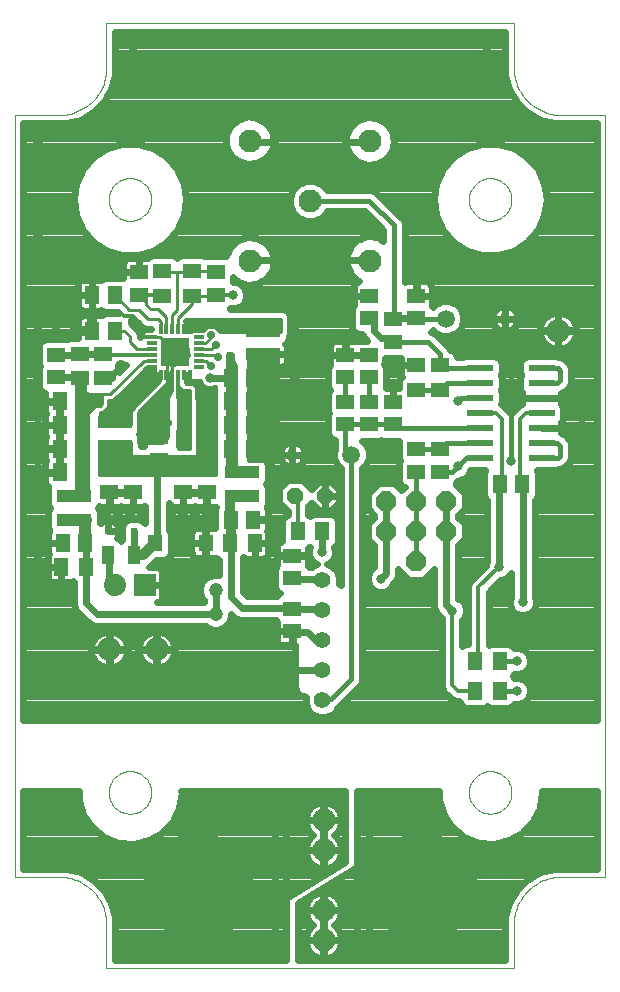
<source format=gtl>
G75*
%MOIN*%
%OFA0B0*%
%FSLAX24Y24*%
%IPPOS*%
%LPD*%
%AMOC8*
5,1,8,0,0,1.08239X$1,22.5*
%
%ADD10R,0.0512X0.0591*%
%ADD11R,0.0591X0.0512*%
%ADD12R,0.1181X0.0394*%
%ADD13R,0.0472X0.0591*%
%ADD14R,0.0591X0.0472*%
%ADD15R,0.0120X0.0320*%
%ADD16R,0.0320X0.0120*%
%ADD17R,0.0945X0.0945*%
%ADD18C,0.0780*%
%ADD19R,0.0866X0.0236*%
%ADD20C,0.0000*%
%ADD21C,0.3543*%
%ADD22C,0.0039*%
%ADD23C,0.0765*%
%ADD24C,0.0594*%
%ADD25C,0.0397*%
%ADD26R,0.0740X0.0740*%
%ADD27C,0.0740*%
%ADD28OC8,0.0660*%
%ADD29OC8,0.0520*%
%ADD30C,0.0554*%
%ADD31C,0.0768*%
%ADD32R,0.0236X0.0236*%
%ADD33R,0.0500X0.0579*%
%ADD34R,0.0394X0.0591*%
%ADD35C,0.0100*%
%ADD36C,0.0120*%
%ADD37C,0.0317*%
%ADD38C,0.0160*%
%ADD39C,0.0240*%
%ADD40C,0.0356*%
%ADD41C,0.0157*%
%ADD42C,0.0320*%
%ADD43C,0.0413*%
%ADD44C,0.0277*%
%ADD45C,0.0400*%
%ADD46C,0.0236*%
%ADD47C,0.0118*%
%ADD48C,0.0472*%
D10*
X006084Y015473D03*
X006832Y015473D03*
X006734Y017835D03*
X006734Y018623D03*
X005986Y018623D03*
X005986Y017835D03*
X005986Y019410D03*
X005986Y020198D03*
X006734Y020198D03*
X006734Y019410D03*
X007068Y022560D03*
X007816Y022560D03*
X007816Y023741D03*
X007068Y023741D03*
X009391Y020119D03*
X010139Y020119D03*
X011694Y020198D03*
X011694Y020985D03*
X012442Y020985D03*
X012442Y020198D03*
X012442Y019410D03*
X011694Y019410D03*
X011694Y018623D03*
X012442Y018623D03*
X012442Y016261D03*
X011694Y016261D03*
X020651Y017442D03*
X021399Y017442D03*
D11*
X018663Y017855D03*
X018663Y018603D03*
X017875Y018603D03*
X017875Y017855D03*
X017088Y019430D03*
X017088Y020178D03*
X016301Y020178D03*
X016301Y019430D03*
X015513Y019430D03*
X015513Y020178D03*
X015513Y021005D03*
X015513Y021753D03*
X016301Y021753D03*
X016301Y021005D03*
X017088Y022186D03*
X017088Y022934D03*
X017875Y022973D03*
X017875Y023721D03*
X016301Y023721D03*
X016301Y022973D03*
X011182Y023761D03*
X011182Y024509D03*
X008623Y024509D03*
X008623Y023761D03*
X005867Y021753D03*
X005867Y021005D03*
X007639Y017914D03*
X007639Y017166D03*
X008426Y017166D03*
X008426Y017914D03*
X009312Y018249D03*
X009312Y018997D03*
X010100Y017914D03*
X010100Y017166D03*
X010887Y017166D03*
X010887Y017914D03*
X013741Y015060D03*
X013741Y014312D03*
X013741Y013288D03*
X013741Y012540D03*
D12*
X012068Y017048D03*
X012068Y017835D03*
X012757Y021772D03*
X012757Y022560D03*
X007836Y019509D03*
X007836Y018721D03*
X006458Y017048D03*
X006458Y016261D03*
D13*
X006871Y014686D03*
X006045Y014686D03*
X010100Y018938D03*
X010926Y018938D03*
X011655Y015473D03*
X012482Y015473D03*
X013919Y015867D03*
X014745Y015867D03*
X019824Y011536D03*
X019824Y010552D03*
X020651Y010552D03*
X020651Y011536D03*
D14*
X018663Y020572D03*
X018663Y021398D03*
X017875Y021398D03*
X017875Y020572D03*
X010395Y023721D03*
X010395Y024548D03*
X009411Y024548D03*
X009411Y023721D03*
X007442Y021792D03*
X007442Y020965D03*
X006655Y020965D03*
X006655Y021792D03*
D15*
X009354Y021063D03*
X009544Y021063D03*
X009744Y021063D03*
X009944Y021063D03*
X010144Y021063D03*
X010334Y021063D03*
X010334Y022623D03*
X010144Y022623D03*
X009944Y022623D03*
X009744Y022623D03*
X009544Y022623D03*
X009354Y022623D03*
D16*
X009064Y022333D03*
X009064Y022143D03*
X009064Y021943D03*
X009064Y021743D03*
X009064Y021543D03*
X009064Y021353D03*
X010624Y021353D03*
X010624Y021543D03*
X010624Y021743D03*
X010624Y021943D03*
X010624Y022143D03*
X010624Y022333D03*
D17*
X009844Y021833D03*
D18*
X009214Y011930D03*
X007639Y011930D03*
X022600Y022560D03*
D19*
X022049Y021304D03*
X022049Y020804D03*
X022049Y020304D03*
X022049Y019804D03*
X022049Y019304D03*
X022049Y018804D03*
X022049Y018304D03*
X020001Y018304D03*
X020001Y018804D03*
X020001Y019304D03*
X020001Y019804D03*
X020001Y020304D03*
X020001Y020804D03*
X020001Y021304D03*
D20*
X005966Y004351D02*
X004489Y004351D01*
X004489Y029745D01*
X005966Y029745D01*
X006043Y029747D01*
X006120Y029753D01*
X006197Y029762D01*
X006273Y029775D01*
X006349Y029792D01*
X006423Y029813D01*
X006497Y029837D01*
X006569Y029865D01*
X006639Y029896D01*
X006708Y029931D01*
X006776Y029969D01*
X006841Y030010D01*
X006904Y030055D01*
X006965Y030103D01*
X007024Y030153D01*
X007080Y030206D01*
X007133Y030262D01*
X007183Y030321D01*
X007231Y030382D01*
X007276Y030445D01*
X007317Y030510D01*
X007355Y030578D01*
X007390Y030647D01*
X007421Y030717D01*
X007449Y030789D01*
X007473Y030863D01*
X007494Y030937D01*
X007511Y031013D01*
X007524Y031089D01*
X007533Y031166D01*
X007539Y031243D01*
X007541Y031320D01*
X007541Y032796D01*
X021123Y032796D01*
X021123Y031320D01*
X021125Y031243D01*
X021131Y031166D01*
X021140Y031089D01*
X021153Y031013D01*
X021170Y030937D01*
X021191Y030863D01*
X021215Y030789D01*
X021243Y030717D01*
X021274Y030647D01*
X021309Y030578D01*
X021347Y030510D01*
X021388Y030445D01*
X021433Y030382D01*
X021481Y030321D01*
X021531Y030262D01*
X021584Y030206D01*
X021640Y030153D01*
X021699Y030103D01*
X021760Y030055D01*
X021823Y030010D01*
X021888Y029969D01*
X021956Y029931D01*
X022025Y029896D01*
X022095Y029865D01*
X022167Y029837D01*
X022241Y029813D01*
X022315Y029792D01*
X022391Y029775D01*
X022467Y029762D01*
X022544Y029753D01*
X022621Y029747D01*
X022698Y029745D01*
X024175Y029745D01*
X024175Y004351D01*
X022698Y004351D01*
X022621Y004349D01*
X022544Y004343D01*
X022467Y004334D01*
X022391Y004321D01*
X022315Y004304D01*
X022241Y004283D01*
X022167Y004259D01*
X022095Y004231D01*
X022025Y004200D01*
X021956Y004165D01*
X021888Y004127D01*
X021823Y004086D01*
X021760Y004041D01*
X021699Y003993D01*
X021640Y003943D01*
X021584Y003890D01*
X021531Y003834D01*
X021481Y003775D01*
X021433Y003714D01*
X021388Y003651D01*
X021347Y003586D01*
X021309Y003518D01*
X021274Y003449D01*
X021243Y003379D01*
X021215Y003307D01*
X021191Y003233D01*
X021170Y003159D01*
X021153Y003083D01*
X021140Y003007D01*
X021131Y002930D01*
X021125Y002853D01*
X021123Y002776D01*
X021123Y001300D01*
X007541Y001300D01*
X007541Y002776D01*
X007539Y002853D01*
X007533Y002930D01*
X007524Y003007D01*
X007511Y003083D01*
X007494Y003159D01*
X007473Y003233D01*
X007449Y003307D01*
X007421Y003379D01*
X007390Y003449D01*
X007355Y003518D01*
X007317Y003586D01*
X007276Y003651D01*
X007231Y003714D01*
X007183Y003775D01*
X007133Y003834D01*
X007080Y003890D01*
X007024Y003943D01*
X006965Y003993D01*
X006904Y004041D01*
X006841Y004086D01*
X006776Y004127D01*
X006708Y004165D01*
X006639Y004200D01*
X006569Y004231D01*
X006497Y004259D01*
X006423Y004283D01*
X006349Y004304D01*
X006273Y004321D01*
X006197Y004334D01*
X006120Y004343D01*
X006043Y004349D01*
X005966Y004351D01*
X007619Y007166D02*
X007621Y007219D01*
X007627Y007272D01*
X007637Y007324D01*
X007650Y007375D01*
X007668Y007425D01*
X007689Y007474D01*
X007714Y007521D01*
X007742Y007565D01*
X007774Y007608D01*
X007808Y007648D01*
X007846Y007686D01*
X007886Y007720D01*
X007929Y007752D01*
X007974Y007780D01*
X008020Y007805D01*
X008069Y007826D01*
X008119Y007844D01*
X008170Y007857D01*
X008222Y007867D01*
X008275Y007873D01*
X008328Y007875D01*
X008381Y007873D01*
X008434Y007867D01*
X008486Y007857D01*
X008537Y007844D01*
X008587Y007826D01*
X008636Y007805D01*
X008683Y007780D01*
X008727Y007752D01*
X008770Y007720D01*
X008810Y007686D01*
X008848Y007648D01*
X008882Y007608D01*
X008914Y007565D01*
X008942Y007520D01*
X008967Y007474D01*
X008988Y007425D01*
X009006Y007375D01*
X009019Y007324D01*
X009029Y007272D01*
X009035Y007219D01*
X009037Y007166D01*
X009035Y007113D01*
X009029Y007060D01*
X009019Y007008D01*
X009006Y006957D01*
X008988Y006907D01*
X008967Y006858D01*
X008942Y006811D01*
X008914Y006767D01*
X008882Y006724D01*
X008848Y006684D01*
X008810Y006646D01*
X008770Y006612D01*
X008727Y006580D01*
X008682Y006552D01*
X008636Y006527D01*
X008587Y006506D01*
X008537Y006488D01*
X008486Y006475D01*
X008434Y006465D01*
X008381Y006459D01*
X008328Y006457D01*
X008275Y006459D01*
X008222Y006465D01*
X008170Y006475D01*
X008119Y006488D01*
X008069Y006506D01*
X008020Y006527D01*
X007973Y006552D01*
X007929Y006580D01*
X007886Y006612D01*
X007846Y006646D01*
X007808Y006684D01*
X007774Y006724D01*
X007742Y006767D01*
X007714Y006812D01*
X007689Y006858D01*
X007668Y006907D01*
X007650Y006957D01*
X007637Y007008D01*
X007627Y007060D01*
X007621Y007113D01*
X007619Y007166D01*
X009608Y005040D02*
X009610Y005059D01*
X009615Y005078D01*
X009625Y005094D01*
X009637Y005109D01*
X009652Y005121D01*
X009668Y005131D01*
X009687Y005136D01*
X009706Y005138D01*
X009725Y005136D01*
X009744Y005131D01*
X009760Y005121D01*
X009775Y005109D01*
X009787Y005094D01*
X009797Y005078D01*
X009802Y005059D01*
X009804Y005040D01*
X009802Y005021D01*
X009797Y005002D01*
X009787Y004986D01*
X009775Y004971D01*
X009760Y004959D01*
X009744Y004949D01*
X009725Y004944D01*
X009706Y004942D01*
X009687Y004944D01*
X009668Y004949D01*
X009652Y004959D01*
X009637Y004971D01*
X009625Y004986D01*
X009615Y005002D01*
X009610Y005021D01*
X009608Y005040D01*
X010494Y005434D02*
X010496Y005453D01*
X010501Y005472D01*
X010511Y005488D01*
X010523Y005503D01*
X010538Y005515D01*
X010554Y005525D01*
X010573Y005530D01*
X010592Y005532D01*
X010611Y005530D01*
X010630Y005525D01*
X010646Y005515D01*
X010661Y005503D01*
X010673Y005488D01*
X010683Y005472D01*
X010688Y005453D01*
X010690Y005434D01*
X010688Y005415D01*
X010683Y005396D01*
X010673Y005380D01*
X010661Y005365D01*
X010646Y005353D01*
X010630Y005343D01*
X010611Y005338D01*
X010592Y005336D01*
X010573Y005338D01*
X010554Y005343D01*
X010538Y005353D01*
X010523Y005365D01*
X010511Y005380D01*
X010501Y005396D01*
X010496Y005415D01*
X010494Y005434D01*
X011478Y005040D02*
X011480Y005059D01*
X011485Y005078D01*
X011495Y005094D01*
X011507Y005109D01*
X011522Y005121D01*
X011538Y005131D01*
X011557Y005136D01*
X011576Y005138D01*
X011595Y005136D01*
X011614Y005131D01*
X011630Y005121D01*
X011645Y005109D01*
X011657Y005094D01*
X011667Y005078D01*
X011672Y005059D01*
X011674Y005040D01*
X011672Y005021D01*
X011667Y005002D01*
X011657Y004986D01*
X011645Y004971D01*
X011630Y004959D01*
X011614Y004949D01*
X011595Y004944D01*
X011576Y004942D01*
X011557Y004944D01*
X011538Y004949D01*
X011522Y004959D01*
X011507Y004971D01*
X011495Y004986D01*
X011485Y005002D01*
X011480Y005021D01*
X011478Y005040D01*
X011872Y004056D02*
X011874Y004075D01*
X011879Y004094D01*
X011889Y004110D01*
X011901Y004125D01*
X011916Y004137D01*
X011932Y004147D01*
X011951Y004152D01*
X011970Y004154D01*
X011989Y004152D01*
X012008Y004147D01*
X012024Y004137D01*
X012039Y004125D01*
X012051Y004110D01*
X012061Y004094D01*
X012066Y004075D01*
X012068Y004056D01*
X012066Y004037D01*
X012061Y004018D01*
X012051Y004002D01*
X012039Y003987D01*
X012024Y003975D01*
X012008Y003965D01*
X011989Y003960D01*
X011970Y003958D01*
X011951Y003960D01*
X011932Y003965D01*
X011916Y003975D01*
X011901Y003987D01*
X011889Y004002D01*
X011879Y004018D01*
X011874Y004037D01*
X011872Y004056D01*
X011478Y003072D02*
X011480Y003091D01*
X011485Y003110D01*
X011495Y003126D01*
X011507Y003141D01*
X011522Y003153D01*
X011538Y003163D01*
X011557Y003168D01*
X011576Y003170D01*
X011595Y003168D01*
X011614Y003163D01*
X011630Y003153D01*
X011645Y003141D01*
X011657Y003126D01*
X011667Y003110D01*
X011672Y003091D01*
X011674Y003072D01*
X011672Y003053D01*
X011667Y003034D01*
X011657Y003018D01*
X011645Y003003D01*
X011630Y002991D01*
X011614Y002981D01*
X011595Y002976D01*
X011576Y002974D01*
X011557Y002976D01*
X011538Y002981D01*
X011522Y002991D01*
X011507Y003003D01*
X011495Y003018D01*
X011485Y003034D01*
X011480Y003053D01*
X011478Y003072D01*
X010494Y002678D02*
X010496Y002697D01*
X010501Y002716D01*
X010511Y002732D01*
X010523Y002747D01*
X010538Y002759D01*
X010554Y002769D01*
X010573Y002774D01*
X010592Y002776D01*
X010611Y002774D01*
X010630Y002769D01*
X010646Y002759D01*
X010661Y002747D01*
X010673Y002732D01*
X010683Y002716D01*
X010688Y002697D01*
X010690Y002678D01*
X010688Y002659D01*
X010683Y002640D01*
X010673Y002624D01*
X010661Y002609D01*
X010646Y002597D01*
X010630Y002587D01*
X010611Y002582D01*
X010592Y002580D01*
X010573Y002582D01*
X010554Y002587D01*
X010538Y002597D01*
X010523Y002609D01*
X010511Y002624D01*
X010501Y002640D01*
X010496Y002659D01*
X010494Y002678D01*
X009510Y003072D02*
X009512Y003091D01*
X009517Y003110D01*
X009527Y003126D01*
X009539Y003141D01*
X009554Y003153D01*
X009570Y003163D01*
X009589Y003168D01*
X009608Y003170D01*
X009627Y003168D01*
X009646Y003163D01*
X009662Y003153D01*
X009677Y003141D01*
X009689Y003126D01*
X009699Y003110D01*
X009704Y003091D01*
X009706Y003072D01*
X009704Y003053D01*
X009699Y003034D01*
X009689Y003018D01*
X009677Y003003D01*
X009662Y002991D01*
X009646Y002981D01*
X009627Y002976D01*
X009608Y002974D01*
X009589Y002976D01*
X009570Y002981D01*
X009554Y002991D01*
X009539Y003003D01*
X009527Y003018D01*
X009517Y003034D01*
X009512Y003053D01*
X009510Y003072D01*
X009116Y004056D02*
X009118Y004075D01*
X009123Y004094D01*
X009133Y004110D01*
X009145Y004125D01*
X009160Y004137D01*
X009176Y004147D01*
X009195Y004152D01*
X009214Y004154D01*
X009233Y004152D01*
X009252Y004147D01*
X009268Y004137D01*
X009283Y004125D01*
X009295Y004110D01*
X009305Y004094D01*
X009310Y004075D01*
X009312Y004056D01*
X009310Y004037D01*
X009305Y004018D01*
X009295Y004002D01*
X009283Y003987D01*
X009268Y003975D01*
X009252Y003965D01*
X009233Y003960D01*
X009214Y003958D01*
X009195Y003960D01*
X009176Y003965D01*
X009160Y003975D01*
X009145Y003987D01*
X009133Y004002D01*
X009123Y004018D01*
X009118Y004037D01*
X009116Y004056D01*
X016596Y004056D02*
X016598Y004075D01*
X016603Y004094D01*
X016613Y004110D01*
X016625Y004125D01*
X016640Y004137D01*
X016656Y004147D01*
X016675Y004152D01*
X016694Y004154D01*
X016713Y004152D01*
X016732Y004147D01*
X016748Y004137D01*
X016763Y004125D01*
X016775Y004110D01*
X016785Y004094D01*
X016790Y004075D01*
X016792Y004056D01*
X016790Y004037D01*
X016785Y004018D01*
X016775Y004002D01*
X016763Y003987D01*
X016748Y003975D01*
X016732Y003965D01*
X016713Y003960D01*
X016694Y003958D01*
X016675Y003960D01*
X016656Y003965D01*
X016640Y003975D01*
X016625Y003987D01*
X016613Y004002D01*
X016603Y004018D01*
X016598Y004037D01*
X016596Y004056D01*
X016990Y003072D02*
X016992Y003091D01*
X016997Y003110D01*
X017007Y003126D01*
X017019Y003141D01*
X017034Y003153D01*
X017050Y003163D01*
X017069Y003168D01*
X017088Y003170D01*
X017107Y003168D01*
X017126Y003163D01*
X017142Y003153D01*
X017157Y003141D01*
X017169Y003126D01*
X017179Y003110D01*
X017184Y003091D01*
X017186Y003072D01*
X017184Y003053D01*
X017179Y003034D01*
X017169Y003018D01*
X017157Y003003D01*
X017142Y002991D01*
X017126Y002981D01*
X017107Y002976D01*
X017088Y002974D01*
X017069Y002976D01*
X017050Y002981D01*
X017034Y002991D01*
X017019Y003003D01*
X017007Y003018D01*
X016997Y003034D01*
X016992Y003053D01*
X016990Y003072D01*
X017974Y002678D02*
X017976Y002697D01*
X017981Y002716D01*
X017991Y002732D01*
X018003Y002747D01*
X018018Y002759D01*
X018034Y002769D01*
X018053Y002774D01*
X018072Y002776D01*
X018091Y002774D01*
X018110Y002769D01*
X018126Y002759D01*
X018141Y002747D01*
X018153Y002732D01*
X018163Y002716D01*
X018168Y002697D01*
X018170Y002678D01*
X018168Y002659D01*
X018163Y002640D01*
X018153Y002624D01*
X018141Y002609D01*
X018126Y002597D01*
X018110Y002587D01*
X018091Y002582D01*
X018072Y002580D01*
X018053Y002582D01*
X018034Y002587D01*
X018018Y002597D01*
X018003Y002609D01*
X017991Y002624D01*
X017981Y002640D01*
X017976Y002659D01*
X017974Y002678D01*
X018958Y003072D02*
X018960Y003091D01*
X018965Y003110D01*
X018975Y003126D01*
X018987Y003141D01*
X019002Y003153D01*
X019018Y003163D01*
X019037Y003168D01*
X019056Y003170D01*
X019075Y003168D01*
X019094Y003163D01*
X019110Y003153D01*
X019125Y003141D01*
X019137Y003126D01*
X019147Y003110D01*
X019152Y003091D01*
X019154Y003072D01*
X019152Y003053D01*
X019147Y003034D01*
X019137Y003018D01*
X019125Y003003D01*
X019110Y002991D01*
X019094Y002981D01*
X019075Y002976D01*
X019056Y002974D01*
X019037Y002976D01*
X019018Y002981D01*
X019002Y002991D01*
X018987Y003003D01*
X018975Y003018D01*
X018965Y003034D01*
X018960Y003053D01*
X018958Y003072D01*
X019352Y004056D02*
X019354Y004075D01*
X019359Y004094D01*
X019369Y004110D01*
X019381Y004125D01*
X019396Y004137D01*
X019412Y004147D01*
X019431Y004152D01*
X019450Y004154D01*
X019469Y004152D01*
X019488Y004147D01*
X019504Y004137D01*
X019519Y004125D01*
X019531Y004110D01*
X019541Y004094D01*
X019546Y004075D01*
X019548Y004056D01*
X019546Y004037D01*
X019541Y004018D01*
X019531Y004002D01*
X019519Y003987D01*
X019504Y003975D01*
X019488Y003965D01*
X019469Y003960D01*
X019450Y003958D01*
X019431Y003960D01*
X019412Y003965D01*
X019396Y003975D01*
X019381Y003987D01*
X019369Y004002D01*
X019359Y004018D01*
X019354Y004037D01*
X019352Y004056D01*
X018958Y005040D02*
X018960Y005059D01*
X018965Y005078D01*
X018975Y005094D01*
X018987Y005109D01*
X019002Y005121D01*
X019018Y005131D01*
X019037Y005136D01*
X019056Y005138D01*
X019075Y005136D01*
X019094Y005131D01*
X019110Y005121D01*
X019125Y005109D01*
X019137Y005094D01*
X019147Y005078D01*
X019152Y005059D01*
X019154Y005040D01*
X019152Y005021D01*
X019147Y005002D01*
X019137Y004986D01*
X019125Y004971D01*
X019110Y004959D01*
X019094Y004949D01*
X019075Y004944D01*
X019056Y004942D01*
X019037Y004944D01*
X019018Y004949D01*
X019002Y004959D01*
X018987Y004971D01*
X018975Y004986D01*
X018965Y005002D01*
X018960Y005021D01*
X018958Y005040D01*
X017974Y005434D02*
X017976Y005453D01*
X017981Y005472D01*
X017991Y005488D01*
X018003Y005503D01*
X018018Y005515D01*
X018034Y005525D01*
X018053Y005530D01*
X018072Y005532D01*
X018091Y005530D01*
X018110Y005525D01*
X018126Y005515D01*
X018141Y005503D01*
X018153Y005488D01*
X018163Y005472D01*
X018168Y005453D01*
X018170Y005434D01*
X018168Y005415D01*
X018163Y005396D01*
X018153Y005380D01*
X018141Y005365D01*
X018126Y005353D01*
X018110Y005343D01*
X018091Y005338D01*
X018072Y005336D01*
X018053Y005338D01*
X018034Y005343D01*
X018018Y005353D01*
X018003Y005365D01*
X017991Y005380D01*
X017981Y005396D01*
X017976Y005415D01*
X017974Y005434D01*
X017088Y005040D02*
X017090Y005059D01*
X017095Y005078D01*
X017105Y005094D01*
X017117Y005109D01*
X017132Y005121D01*
X017148Y005131D01*
X017167Y005136D01*
X017186Y005138D01*
X017205Y005136D01*
X017224Y005131D01*
X017240Y005121D01*
X017255Y005109D01*
X017267Y005094D01*
X017277Y005078D01*
X017282Y005059D01*
X017284Y005040D01*
X017282Y005021D01*
X017277Y005002D01*
X017267Y004986D01*
X017255Y004971D01*
X017240Y004959D01*
X017224Y004949D01*
X017205Y004944D01*
X017186Y004942D01*
X017167Y004944D01*
X017148Y004949D01*
X017132Y004959D01*
X017117Y004971D01*
X017105Y004986D01*
X017095Y005002D01*
X017090Y005021D01*
X017088Y005040D01*
X019627Y007166D02*
X019629Y007219D01*
X019635Y007272D01*
X019645Y007324D01*
X019658Y007375D01*
X019676Y007425D01*
X019697Y007474D01*
X019722Y007521D01*
X019750Y007565D01*
X019782Y007608D01*
X019816Y007648D01*
X019854Y007686D01*
X019894Y007720D01*
X019937Y007752D01*
X019982Y007780D01*
X020028Y007805D01*
X020077Y007826D01*
X020127Y007844D01*
X020178Y007857D01*
X020230Y007867D01*
X020283Y007873D01*
X020336Y007875D01*
X020389Y007873D01*
X020442Y007867D01*
X020494Y007857D01*
X020545Y007844D01*
X020595Y007826D01*
X020644Y007805D01*
X020691Y007780D01*
X020735Y007752D01*
X020778Y007720D01*
X020818Y007686D01*
X020856Y007648D01*
X020890Y007608D01*
X020922Y007565D01*
X020950Y007520D01*
X020975Y007474D01*
X020996Y007425D01*
X021014Y007375D01*
X021027Y007324D01*
X021037Y007272D01*
X021043Y007219D01*
X021045Y007166D01*
X021043Y007113D01*
X021037Y007060D01*
X021027Y007008D01*
X021014Y006957D01*
X020996Y006907D01*
X020975Y006858D01*
X020950Y006811D01*
X020922Y006767D01*
X020890Y006724D01*
X020856Y006684D01*
X020818Y006646D01*
X020778Y006612D01*
X020735Y006580D01*
X020690Y006552D01*
X020644Y006527D01*
X020595Y006506D01*
X020545Y006488D01*
X020494Y006475D01*
X020442Y006465D01*
X020389Y006459D01*
X020336Y006457D01*
X020283Y006459D01*
X020230Y006465D01*
X020178Y006475D01*
X020127Y006488D01*
X020077Y006506D01*
X020028Y006527D01*
X019981Y006552D01*
X019937Y006580D01*
X019894Y006612D01*
X019854Y006646D01*
X019816Y006684D01*
X019782Y006724D01*
X019750Y006767D01*
X019722Y006812D01*
X019697Y006858D01*
X019676Y006907D01*
X019658Y006957D01*
X019645Y007008D01*
X019635Y007060D01*
X019629Y007113D01*
X019627Y007166D01*
X019627Y026930D02*
X019629Y026983D01*
X019635Y027036D01*
X019645Y027088D01*
X019658Y027139D01*
X019676Y027189D01*
X019697Y027238D01*
X019722Y027285D01*
X019750Y027329D01*
X019782Y027372D01*
X019816Y027412D01*
X019854Y027450D01*
X019894Y027484D01*
X019937Y027516D01*
X019982Y027544D01*
X020028Y027569D01*
X020077Y027590D01*
X020127Y027608D01*
X020178Y027621D01*
X020230Y027631D01*
X020283Y027637D01*
X020336Y027639D01*
X020389Y027637D01*
X020442Y027631D01*
X020494Y027621D01*
X020545Y027608D01*
X020595Y027590D01*
X020644Y027569D01*
X020691Y027544D01*
X020735Y027516D01*
X020778Y027484D01*
X020818Y027450D01*
X020856Y027412D01*
X020890Y027372D01*
X020922Y027329D01*
X020950Y027284D01*
X020975Y027238D01*
X020996Y027189D01*
X021014Y027139D01*
X021027Y027088D01*
X021037Y027036D01*
X021043Y026983D01*
X021045Y026930D01*
X021043Y026877D01*
X021037Y026824D01*
X021027Y026772D01*
X021014Y026721D01*
X020996Y026671D01*
X020975Y026622D01*
X020950Y026575D01*
X020922Y026531D01*
X020890Y026488D01*
X020856Y026448D01*
X020818Y026410D01*
X020778Y026376D01*
X020735Y026344D01*
X020690Y026316D01*
X020644Y026291D01*
X020595Y026270D01*
X020545Y026252D01*
X020494Y026239D01*
X020442Y026229D01*
X020389Y026223D01*
X020336Y026221D01*
X020283Y026223D01*
X020230Y026229D01*
X020178Y026239D01*
X020127Y026252D01*
X020077Y026270D01*
X020028Y026291D01*
X019981Y026316D01*
X019937Y026344D01*
X019894Y026376D01*
X019854Y026410D01*
X019816Y026448D01*
X019782Y026488D01*
X019750Y026531D01*
X019722Y026576D01*
X019697Y026622D01*
X019676Y026671D01*
X019658Y026721D01*
X019645Y026772D01*
X019635Y026824D01*
X019629Y026877D01*
X019627Y026930D01*
X007619Y026930D02*
X007621Y026983D01*
X007627Y027036D01*
X007637Y027088D01*
X007650Y027139D01*
X007668Y027189D01*
X007689Y027238D01*
X007714Y027285D01*
X007742Y027329D01*
X007774Y027372D01*
X007808Y027412D01*
X007846Y027450D01*
X007886Y027484D01*
X007929Y027516D01*
X007974Y027544D01*
X008020Y027569D01*
X008069Y027590D01*
X008119Y027608D01*
X008170Y027621D01*
X008222Y027631D01*
X008275Y027637D01*
X008328Y027639D01*
X008381Y027637D01*
X008434Y027631D01*
X008486Y027621D01*
X008537Y027608D01*
X008587Y027590D01*
X008636Y027569D01*
X008683Y027544D01*
X008727Y027516D01*
X008770Y027484D01*
X008810Y027450D01*
X008848Y027412D01*
X008882Y027372D01*
X008914Y027329D01*
X008942Y027284D01*
X008967Y027238D01*
X008988Y027189D01*
X009006Y027139D01*
X009019Y027088D01*
X009029Y027036D01*
X009035Y026983D01*
X009037Y026930D01*
X009035Y026877D01*
X009029Y026824D01*
X009019Y026772D01*
X009006Y026721D01*
X008988Y026671D01*
X008967Y026622D01*
X008942Y026575D01*
X008914Y026531D01*
X008882Y026488D01*
X008848Y026448D01*
X008810Y026410D01*
X008770Y026376D01*
X008727Y026344D01*
X008682Y026316D01*
X008636Y026291D01*
X008587Y026270D01*
X008537Y026252D01*
X008486Y026239D01*
X008434Y026229D01*
X008381Y026223D01*
X008328Y026221D01*
X008275Y026223D01*
X008222Y026229D01*
X008170Y026239D01*
X008119Y026252D01*
X008069Y026270D01*
X008020Y026291D01*
X007973Y026316D01*
X007929Y026344D01*
X007886Y026376D01*
X007846Y026410D01*
X007808Y026448D01*
X007774Y026488D01*
X007742Y026531D01*
X007714Y026576D01*
X007689Y026622D01*
X007668Y026671D01*
X007650Y026721D01*
X007637Y026772D01*
X007627Y026824D01*
X007621Y026877D01*
X007619Y026930D01*
D21*
X010592Y004056D03*
X018072Y004056D03*
D22*
X017147Y004056D02*
X017149Y004116D01*
X017155Y004177D01*
X017165Y004236D01*
X017179Y004295D01*
X017196Y004353D01*
X017217Y004410D01*
X017242Y004465D01*
X017271Y004518D01*
X017303Y004570D01*
X017338Y004619D01*
X017377Y004666D01*
X017418Y004710D01*
X017462Y004751D01*
X017509Y004790D01*
X017558Y004825D01*
X017609Y004857D01*
X017663Y004886D01*
X017718Y004911D01*
X017775Y004932D01*
X017833Y004949D01*
X017892Y004963D01*
X017951Y004973D01*
X018012Y004979D01*
X018072Y004981D01*
X018132Y004979D01*
X018193Y004973D01*
X018252Y004963D01*
X018311Y004949D01*
X018369Y004932D01*
X018426Y004911D01*
X018481Y004886D01*
X018534Y004857D01*
X018586Y004825D01*
X018635Y004790D01*
X018682Y004751D01*
X018726Y004710D01*
X018767Y004666D01*
X018806Y004619D01*
X018841Y004570D01*
X018873Y004519D01*
X018902Y004465D01*
X018927Y004410D01*
X018948Y004353D01*
X018965Y004295D01*
X018979Y004236D01*
X018989Y004177D01*
X018995Y004116D01*
X018997Y004056D01*
X018995Y003996D01*
X018989Y003935D01*
X018979Y003876D01*
X018965Y003817D01*
X018948Y003759D01*
X018927Y003702D01*
X018902Y003647D01*
X018873Y003594D01*
X018841Y003542D01*
X018806Y003493D01*
X018767Y003446D01*
X018726Y003402D01*
X018682Y003361D01*
X018635Y003322D01*
X018586Y003287D01*
X018535Y003255D01*
X018481Y003226D01*
X018426Y003201D01*
X018369Y003180D01*
X018311Y003163D01*
X018252Y003149D01*
X018193Y003139D01*
X018132Y003133D01*
X018072Y003131D01*
X018012Y003133D01*
X017951Y003139D01*
X017892Y003149D01*
X017833Y003163D01*
X017775Y003180D01*
X017718Y003201D01*
X017663Y003226D01*
X017610Y003255D01*
X017558Y003287D01*
X017509Y003322D01*
X017462Y003361D01*
X017418Y003402D01*
X017377Y003446D01*
X017338Y003493D01*
X017303Y003542D01*
X017271Y003593D01*
X017242Y003647D01*
X017217Y003702D01*
X017196Y003759D01*
X017179Y003817D01*
X017165Y003876D01*
X017155Y003935D01*
X017149Y003996D01*
X017147Y004056D01*
X009667Y004056D02*
X009669Y004116D01*
X009675Y004177D01*
X009685Y004236D01*
X009699Y004295D01*
X009716Y004353D01*
X009737Y004410D01*
X009762Y004465D01*
X009791Y004518D01*
X009823Y004570D01*
X009858Y004619D01*
X009897Y004666D01*
X009938Y004710D01*
X009982Y004751D01*
X010029Y004790D01*
X010078Y004825D01*
X010129Y004857D01*
X010183Y004886D01*
X010238Y004911D01*
X010295Y004932D01*
X010353Y004949D01*
X010412Y004963D01*
X010471Y004973D01*
X010532Y004979D01*
X010592Y004981D01*
X010652Y004979D01*
X010713Y004973D01*
X010772Y004963D01*
X010831Y004949D01*
X010889Y004932D01*
X010946Y004911D01*
X011001Y004886D01*
X011054Y004857D01*
X011106Y004825D01*
X011155Y004790D01*
X011202Y004751D01*
X011246Y004710D01*
X011287Y004666D01*
X011326Y004619D01*
X011361Y004570D01*
X011393Y004519D01*
X011422Y004465D01*
X011447Y004410D01*
X011468Y004353D01*
X011485Y004295D01*
X011499Y004236D01*
X011509Y004177D01*
X011515Y004116D01*
X011517Y004056D01*
X011515Y003996D01*
X011509Y003935D01*
X011499Y003876D01*
X011485Y003817D01*
X011468Y003759D01*
X011447Y003702D01*
X011422Y003647D01*
X011393Y003594D01*
X011361Y003542D01*
X011326Y003493D01*
X011287Y003446D01*
X011246Y003402D01*
X011202Y003361D01*
X011155Y003322D01*
X011106Y003287D01*
X011055Y003255D01*
X011001Y003226D01*
X010946Y003201D01*
X010889Y003180D01*
X010831Y003163D01*
X010772Y003149D01*
X010713Y003139D01*
X010652Y003133D01*
X010592Y003131D01*
X010532Y003133D01*
X010471Y003139D01*
X010412Y003149D01*
X010353Y003163D01*
X010295Y003180D01*
X010238Y003201D01*
X010183Y003226D01*
X010130Y003255D01*
X010078Y003287D01*
X010029Y003322D01*
X009982Y003361D01*
X009938Y003402D01*
X009897Y003446D01*
X009858Y003493D01*
X009823Y003542D01*
X009791Y003593D01*
X009762Y003647D01*
X009737Y003702D01*
X009716Y003759D01*
X009699Y003817D01*
X009685Y003876D01*
X009675Y003935D01*
X009669Y003996D01*
X009667Y004056D01*
D23*
X012332Y024891D03*
X014332Y026891D03*
X012332Y028891D03*
X016332Y028891D03*
X016332Y024891D03*
D24*
X018860Y022954D03*
X015710Y018426D03*
D25*
X013741Y018426D03*
X020828Y022954D03*
D26*
X008820Y014095D03*
D27*
X007820Y014095D03*
D28*
X016875Y015867D03*
X016875Y016867D03*
X017875Y016867D03*
X017875Y015867D03*
X017875Y014867D03*
X018875Y015867D03*
X018875Y016867D03*
D29*
X014832Y017048D03*
X013832Y017048D03*
D30*
X014745Y014231D03*
X014745Y013231D03*
X014745Y012231D03*
X014745Y011231D03*
X014745Y010231D03*
D31*
X014785Y006239D03*
X014785Y005239D03*
X014785Y003239D03*
X014785Y002239D03*
D32*
X008466Y015867D03*
X007600Y015867D03*
X007265Y020296D03*
X008131Y020296D03*
X011675Y021733D03*
X011675Y022599D03*
D33*
X010848Y015473D03*
X009155Y015473D03*
D34*
X008466Y015080D03*
X007600Y015080D03*
D35*
X006930Y016969D02*
X006537Y016969D01*
X006537Y020434D01*
X007403Y020434D01*
X007403Y020335D01*
X007265Y020296D01*
X007403Y020311D02*
X006537Y020311D01*
X006537Y020409D02*
X007403Y020409D01*
X007403Y020434D02*
X007403Y020119D01*
X007324Y020040D01*
X007167Y020040D01*
X006930Y019804D01*
X006930Y016969D01*
X006930Y017060D02*
X006537Y017060D01*
X006537Y017159D02*
X006930Y017159D01*
X006930Y017257D02*
X006537Y017257D01*
X006537Y017356D02*
X006930Y017356D01*
X006930Y017454D02*
X006537Y017454D01*
X006537Y017553D02*
X006930Y017553D01*
X006930Y017651D02*
X006537Y017651D01*
X006537Y017750D02*
X006930Y017750D01*
X006930Y017848D02*
X006537Y017848D01*
X006537Y017947D02*
X006930Y017947D01*
X006930Y018045D02*
X006537Y018045D01*
X006537Y018144D02*
X006930Y018144D01*
X006930Y018242D02*
X006537Y018242D01*
X006537Y018341D02*
X006930Y018341D01*
X006930Y018439D02*
X006537Y018439D01*
X006537Y018538D02*
X006930Y018538D01*
X006930Y018636D02*
X006537Y018636D01*
X006537Y018735D02*
X006930Y018735D01*
X006930Y018833D02*
X006537Y018833D01*
X006537Y018932D02*
X006930Y018932D01*
X006930Y019030D02*
X006537Y019030D01*
X006537Y019129D02*
X006930Y019129D01*
X006930Y019227D02*
X006537Y019227D01*
X006537Y019326D02*
X006930Y019326D01*
X006930Y019424D02*
X006537Y019424D01*
X006537Y019523D02*
X006930Y019523D01*
X006930Y019621D02*
X006537Y019621D01*
X006537Y019720D02*
X006930Y019720D01*
X006945Y019818D02*
X006537Y019818D01*
X006537Y019917D02*
X007043Y019917D01*
X007142Y020015D02*
X006537Y020015D01*
X006537Y020114D02*
X007398Y020114D01*
X007403Y020212D02*
X006537Y020212D01*
X006734Y020198D02*
X006930Y020394D01*
X006930Y020414D01*
X006950Y020434D01*
X007678Y020434D01*
X008788Y021543D01*
X009064Y021543D01*
X009165Y021333D02*
X009165Y021162D01*
X009334Y021162D01*
X009334Y020869D01*
X008348Y019883D01*
X008348Y019410D01*
X007324Y019410D01*
X007324Y019840D01*
X007407Y019840D01*
X007524Y019957D01*
X007603Y020036D01*
X007603Y020234D01*
X007761Y020234D01*
X007878Y020351D01*
X008252Y020725D01*
X008873Y021333D01*
X009165Y021333D01*
X009165Y021296D02*
X008834Y021296D01*
X008734Y021197D02*
X009165Y021197D01*
X009334Y021099D02*
X008633Y021099D01*
X008533Y021000D02*
X009334Y021000D01*
X009334Y020902D02*
X008432Y020902D01*
X008332Y020803D02*
X009268Y020803D01*
X009170Y020705D02*
X008232Y020705D01*
X008133Y020606D02*
X009071Y020606D01*
X008973Y020508D02*
X008035Y020508D01*
X007936Y020409D02*
X008874Y020409D01*
X008776Y020311D02*
X007838Y020311D01*
X007603Y020212D02*
X008677Y020212D01*
X008579Y020114D02*
X007603Y020114D01*
X007582Y020015D02*
X008480Y020015D01*
X008382Y019917D02*
X007483Y019917D01*
X007324Y019818D02*
X008348Y019818D01*
X008348Y019720D02*
X007324Y019720D01*
X007324Y019621D02*
X008348Y019621D01*
X008348Y019523D02*
X007324Y019523D01*
X007324Y019424D02*
X008348Y019424D01*
X008604Y019424D02*
X009608Y019424D01*
X009608Y019326D02*
X008604Y019326D01*
X008604Y019227D02*
X009608Y019227D01*
X009608Y019129D02*
X008604Y019129D01*
X008604Y019030D02*
X009608Y019030D01*
X009608Y019017D02*
X009411Y018820D01*
X009411Y018800D01*
X008604Y018800D01*
X008604Y019856D01*
X009437Y020690D01*
X009442Y020690D01*
X009496Y020748D01*
X009552Y020804D01*
X009552Y020808D01*
X009555Y020811D01*
X009552Y020890D01*
X009552Y020969D01*
X009549Y020972D01*
X009543Y021143D01*
X009745Y021143D01*
X009745Y020871D01*
X009744Y020869D01*
X009744Y020554D01*
X009724Y020534D01*
X009724Y020534D01*
X009665Y020475D01*
X009665Y020421D01*
X009608Y020355D01*
X009608Y019017D01*
X009523Y018932D02*
X008604Y018932D01*
X008604Y018833D02*
X009424Y018833D01*
X009923Y018833D02*
X010316Y018833D01*
X010316Y018735D02*
X009923Y018735D01*
X009923Y018636D02*
X010316Y018636D01*
X010316Y018623D02*
X009923Y018623D01*
X009923Y020450D01*
X009944Y020471D01*
X009944Y020670D01*
X009962Y020670D01*
X010080Y020591D01*
X010316Y020591D01*
X010316Y018623D01*
X010572Y018636D02*
X011182Y018636D01*
X011182Y018538D02*
X010572Y018538D01*
X010572Y018439D02*
X011182Y018439D01*
X011182Y018341D02*
X007285Y018341D01*
X007285Y018439D02*
X008348Y018439D01*
X008348Y018387D02*
X010572Y018387D01*
X010572Y020257D01*
X010545Y020294D01*
X010545Y020476D01*
X010516Y020505D01*
X010516Y020674D01*
X010399Y020791D01*
X010185Y020791D01*
X010159Y020828D01*
X010159Y021143D01*
X010336Y021143D01*
X010336Y020926D01*
X010679Y020918D01*
X010724Y020810D01*
X010811Y020724D01*
X010924Y020677D01*
X011047Y020677D01*
X011140Y020715D01*
X011182Y020715D01*
X011182Y017737D01*
X007285Y017737D01*
X007285Y018859D01*
X008348Y018859D01*
X008348Y018387D01*
X008348Y018538D02*
X007285Y018538D01*
X007285Y018636D02*
X008348Y018636D01*
X008348Y018735D02*
X007285Y018735D01*
X007285Y018833D02*
X008348Y018833D01*
X008604Y019523D02*
X009608Y019523D01*
X009608Y019621D02*
X008604Y019621D01*
X008604Y019720D02*
X009608Y019720D01*
X009608Y019818D02*
X008604Y019818D01*
X008664Y019917D02*
X009608Y019917D01*
X009608Y020015D02*
X008763Y020015D01*
X008861Y020114D02*
X009608Y020114D01*
X009608Y020212D02*
X008960Y020212D01*
X009058Y020311D02*
X009608Y020311D01*
X009655Y020409D02*
X009157Y020409D01*
X009255Y020508D02*
X009697Y020508D01*
X009744Y020606D02*
X009354Y020606D01*
X009455Y020705D02*
X009744Y020705D01*
X009744Y020803D02*
X009551Y020803D01*
X009552Y020902D02*
X009745Y020902D01*
X009745Y021000D02*
X009548Y021000D01*
X009547Y021063D02*
X009547Y021733D01*
X009744Y021733D02*
X009744Y021063D01*
X009745Y021099D02*
X009544Y021099D01*
X009944Y020606D02*
X010058Y020606D01*
X009944Y020508D02*
X010316Y020508D01*
X010316Y020409D02*
X009923Y020409D01*
X009923Y020311D02*
X010316Y020311D01*
X010316Y020212D02*
X009923Y020212D01*
X009923Y020114D02*
X010316Y020114D01*
X010316Y020015D02*
X009923Y020015D01*
X009923Y019917D02*
X010316Y019917D01*
X010316Y019818D02*
X009923Y019818D01*
X009923Y019720D02*
X010316Y019720D01*
X010316Y019621D02*
X009923Y019621D01*
X009923Y019523D02*
X010316Y019523D01*
X010316Y019424D02*
X009923Y019424D01*
X009923Y019326D02*
X010316Y019326D01*
X010316Y019227D02*
X009923Y019227D01*
X009923Y019129D02*
X010316Y019129D01*
X010316Y019030D02*
X009923Y019030D01*
X009923Y018932D02*
X010316Y018932D01*
X010572Y018932D02*
X011182Y018932D01*
X011182Y019030D02*
X010572Y019030D01*
X010572Y019129D02*
X011182Y019129D01*
X011182Y019227D02*
X010572Y019227D01*
X010572Y019326D02*
X011182Y019326D01*
X011182Y019424D02*
X010572Y019424D01*
X010572Y019523D02*
X011182Y019523D01*
X011182Y019621D02*
X010572Y019621D01*
X010572Y019720D02*
X011182Y019720D01*
X011182Y019818D02*
X010572Y019818D01*
X010572Y019917D02*
X011182Y019917D01*
X011182Y020015D02*
X010572Y020015D01*
X010572Y020114D02*
X011182Y020114D01*
X011182Y020212D02*
X010572Y020212D01*
X010545Y020311D02*
X011182Y020311D01*
X011182Y020409D02*
X010545Y020409D01*
X010516Y020508D02*
X011182Y020508D01*
X011182Y020606D02*
X010516Y020606D01*
X010486Y020705D02*
X010857Y020705D01*
X010731Y020803D02*
X010177Y020803D01*
X010159Y020902D02*
X010686Y020902D01*
X011114Y020705D02*
X011182Y020705D01*
X011576Y020705D02*
X011871Y020705D01*
X011871Y020803D02*
X011576Y020803D01*
X011576Y020902D02*
X011871Y020902D01*
X011871Y021000D02*
X011576Y021000D01*
X011576Y021099D02*
X011871Y021099D01*
X011871Y021197D02*
X011576Y021197D01*
X011576Y021296D02*
X011871Y021296D01*
X011871Y021379D02*
X011871Y017737D01*
X011576Y017737D01*
X011576Y021772D01*
X011773Y021772D01*
X011773Y021576D01*
X011871Y021379D01*
X011864Y021394D02*
X011576Y021394D01*
X011576Y021493D02*
X011814Y021493D01*
X011773Y021591D02*
X011576Y021591D01*
X011576Y021690D02*
X011773Y021690D01*
X012265Y021690D02*
X013249Y021690D01*
X013249Y021788D02*
X012265Y021788D01*
X012265Y021871D02*
X013249Y021871D01*
X013249Y018229D01*
X012265Y018229D01*
X012265Y021871D01*
X012265Y021591D02*
X013249Y021591D01*
X013249Y021493D02*
X012265Y021493D01*
X012265Y021394D02*
X013249Y021394D01*
X013249Y021296D02*
X012265Y021296D01*
X012265Y021197D02*
X013249Y021197D01*
X013249Y021099D02*
X012265Y021099D01*
X012265Y021000D02*
X013249Y021000D01*
X013249Y020902D02*
X012265Y020902D01*
X012265Y020803D02*
X013249Y020803D01*
X013249Y020705D02*
X012265Y020705D01*
X012265Y020606D02*
X013249Y020606D01*
X013249Y020508D02*
X012265Y020508D01*
X012265Y020409D02*
X013249Y020409D01*
X013249Y020311D02*
X012265Y020311D01*
X012265Y020212D02*
X013249Y020212D01*
X013249Y020114D02*
X012265Y020114D01*
X012265Y020015D02*
X013249Y020015D01*
X013249Y019917D02*
X012265Y019917D01*
X012265Y019818D02*
X013249Y019818D01*
X013249Y019720D02*
X012265Y019720D01*
X012265Y019621D02*
X013249Y019621D01*
X013249Y019523D02*
X012265Y019523D01*
X012265Y019424D02*
X013249Y019424D01*
X013249Y019326D02*
X012265Y019326D01*
X012265Y019227D02*
X013249Y019227D01*
X013249Y019129D02*
X012265Y019129D01*
X012265Y019030D02*
X013249Y019030D01*
X013249Y018932D02*
X012265Y018932D01*
X012265Y018833D02*
X013249Y018833D01*
X013249Y018735D02*
X012265Y018735D01*
X012265Y018636D02*
X013249Y018636D01*
X013249Y018538D02*
X012265Y018538D01*
X012265Y018439D02*
X013249Y018439D01*
X013249Y018341D02*
X012265Y018341D01*
X012265Y018242D02*
X013249Y018242D01*
X011871Y018242D02*
X011576Y018242D01*
X011576Y018144D02*
X011871Y018144D01*
X011871Y018045D02*
X011576Y018045D01*
X011576Y017947D02*
X011871Y017947D01*
X011871Y017848D02*
X011576Y017848D01*
X011576Y017750D02*
X011871Y017750D01*
X011871Y018341D02*
X011576Y018341D01*
X011576Y018439D02*
X011871Y018439D01*
X011871Y018538D02*
X011576Y018538D01*
X011576Y018636D02*
X011871Y018636D01*
X011871Y018735D02*
X011576Y018735D01*
X011576Y018833D02*
X011871Y018833D01*
X011871Y018932D02*
X011576Y018932D01*
X011576Y019030D02*
X011871Y019030D01*
X011871Y019129D02*
X011576Y019129D01*
X011576Y019227D02*
X011871Y019227D01*
X011871Y019326D02*
X011576Y019326D01*
X011576Y019424D02*
X011871Y019424D01*
X011871Y019523D02*
X011576Y019523D01*
X011576Y019621D02*
X011871Y019621D01*
X011871Y019720D02*
X011576Y019720D01*
X011576Y019818D02*
X011871Y019818D01*
X011871Y019917D02*
X011576Y019917D01*
X011576Y020015D02*
X011871Y020015D01*
X011871Y020114D02*
X011576Y020114D01*
X011576Y020212D02*
X011871Y020212D01*
X011871Y020311D02*
X011576Y020311D01*
X011576Y020409D02*
X011871Y020409D01*
X011871Y020508D02*
X011576Y020508D01*
X011576Y020606D02*
X011871Y020606D01*
X011025Y021379D02*
X010860Y021543D01*
X010624Y021543D01*
X010624Y021743D02*
X011232Y021743D01*
X011261Y021694D01*
X011038Y021943D02*
X011182Y022087D01*
X011038Y021943D02*
X010624Y021943D01*
X010624Y022143D02*
X010845Y022143D01*
X011025Y022324D01*
X011025Y022402D01*
X011289Y022520D02*
X011270Y022566D01*
X011188Y022647D01*
X011082Y022691D01*
X010967Y022691D01*
X010861Y022647D01*
X010780Y022566D01*
X010771Y022543D01*
X010402Y022543D01*
X010379Y022520D01*
X010154Y022520D01*
X010154Y022845D01*
X010144Y022855D01*
X010144Y022912D01*
X010186Y022954D01*
X013348Y022954D01*
X013348Y022520D01*
X011289Y022520D01*
X011260Y022576D02*
X013348Y022576D01*
X013348Y022675D02*
X011122Y022675D01*
X010928Y022675D02*
X010154Y022675D01*
X010154Y022773D02*
X013348Y022773D01*
X013348Y022872D02*
X010144Y022872D01*
X009944Y022994D02*
X009944Y022623D01*
X009744Y022623D02*
X009744Y023090D01*
X009883Y023249D01*
X009883Y024528D01*
X010375Y024528D01*
X010395Y024548D01*
X011182Y024548D01*
X011182Y024509D01*
X011182Y023761D02*
X011182Y023721D01*
X010395Y023721D01*
X010395Y023446D01*
X009944Y022994D01*
X010154Y022576D02*
X010790Y022576D01*
X009844Y021833D02*
X009744Y021733D01*
X009844Y021833D02*
X009344Y022333D01*
X009064Y022333D01*
X009064Y021943D02*
X008551Y021943D01*
X008328Y022166D01*
X008328Y022363D01*
X008131Y022560D01*
X007816Y022560D01*
X008308Y023249D02*
X007816Y023741D01*
X008308Y023249D02*
X008623Y023249D01*
X008919Y022954D01*
X009253Y022954D01*
X009354Y022853D01*
X009354Y022623D01*
X009544Y022623D02*
X009544Y022998D01*
X009273Y023269D01*
X009017Y023269D01*
X008860Y023426D01*
X008860Y023524D01*
X008623Y023761D01*
X008623Y023643D01*
X009430Y024528D02*
X009411Y024548D01*
X009430Y024528D02*
X009883Y024528D01*
X010159Y021099D02*
X010336Y021099D01*
X010336Y021000D02*
X010159Y021000D01*
X010572Y018833D02*
X011182Y018833D01*
X011182Y018735D02*
X010572Y018735D01*
X011182Y018242D02*
X007285Y018242D01*
X007285Y018144D02*
X011182Y018144D01*
X011182Y018045D02*
X007285Y018045D01*
X007285Y017947D02*
X011182Y017947D01*
X011182Y017848D02*
X007285Y017848D01*
X007285Y017750D02*
X011182Y017750D01*
X006655Y021792D02*
X006419Y021753D01*
D36*
X007442Y021792D02*
X007491Y021743D01*
X009064Y021743D01*
X009064Y022333D02*
X008751Y022333D01*
X008623Y022461D01*
X008623Y022855D02*
X008426Y023052D01*
X008131Y023052D01*
X008033Y023150D01*
X007049Y023150D01*
X008623Y023761D02*
X009371Y023761D01*
X009411Y023721D01*
X011182Y023761D02*
X011222Y023741D01*
X011773Y023741D01*
X009944Y021063D02*
X009944Y020314D01*
X010139Y020119D01*
X009744Y020649D02*
X009371Y020276D01*
X009744Y020649D02*
X009744Y021063D01*
X020001Y019804D02*
X020533Y019804D01*
X020730Y019607D01*
X020730Y017520D01*
X020651Y017442D01*
X021320Y017520D02*
X021399Y017442D01*
X021320Y017520D02*
X021320Y019607D01*
X021517Y019804D01*
X022049Y019804D01*
D37*
X021025Y021379D03*
X019253Y020198D03*
X019253Y018032D03*
X021025Y018229D03*
X023387Y019410D03*
X023387Y016261D03*
X021419Y013505D03*
X020631Y014686D03*
X019076Y013229D03*
X021222Y011536D03*
X021222Y010552D03*
X021025Y009961D03*
X018663Y009961D03*
X016104Y009961D03*
X016694Y014292D03*
X016301Y015080D03*
X014726Y015178D03*
X013052Y015473D03*
X013052Y015867D03*
X013052Y016261D03*
X013052Y016654D03*
X013052Y017442D03*
X013052Y018229D03*
X013052Y018623D03*
X013052Y019017D03*
X013052Y019410D03*
X013052Y019804D03*
X013052Y020198D03*
X013052Y020591D03*
X013052Y020985D03*
X013840Y020985D03*
X013840Y021772D03*
X013840Y022560D03*
X013840Y023347D03*
X013052Y023347D03*
X012265Y023347D03*
X011773Y023741D03*
X010789Y025316D03*
X010001Y025316D03*
X008033Y024922D03*
X008033Y024331D03*
X007245Y024331D03*
X006458Y024331D03*
X006458Y023741D03*
X006458Y023150D03*
X006458Y022560D03*
X005867Y022560D03*
X005277Y022560D03*
X005277Y021772D03*
X005277Y020985D03*
X005277Y020198D03*
X005277Y019804D03*
X005277Y019410D03*
X005277Y019017D03*
X005277Y018623D03*
X005277Y018229D03*
X005277Y017835D03*
X005277Y016851D03*
X005277Y015867D03*
X005277Y015473D03*
X005277Y015080D03*
X005277Y014686D03*
X005277Y014292D03*
X005277Y013505D03*
X005277Y012324D03*
X005277Y011143D03*
X005277Y009961D03*
X007639Y009961D03*
X010001Y009961D03*
X012364Y009961D03*
X012364Y014686D03*
X010887Y016457D03*
X010493Y016457D03*
X010100Y016457D03*
X009706Y016457D03*
X008722Y016457D03*
X008328Y016457D03*
X007934Y016457D03*
X007541Y016457D03*
X008741Y019017D03*
X008741Y019410D03*
X008741Y019784D03*
X009096Y019568D03*
X009470Y019568D03*
X010119Y019528D03*
X009608Y020670D03*
X010986Y020985D03*
X008623Y022678D03*
X007049Y023150D03*
X005277Y025709D03*
X005277Y028859D03*
X008426Y032009D03*
X020238Y032009D03*
X023387Y029253D03*
X023387Y026103D03*
X023387Y013111D03*
X023387Y009961D03*
D38*
X021025Y018229D02*
X021025Y021379D01*
X022049Y021304D02*
X022596Y021304D01*
X022678Y021221D01*
X022678Y020906D01*
X022576Y020804D01*
X022049Y020804D01*
X022049Y018804D02*
X022576Y018804D01*
X022678Y018702D01*
X022678Y018387D01*
X022596Y018304D01*
X022049Y018304D01*
X018860Y022954D02*
X017895Y022954D01*
X017875Y022973D01*
X008623Y022855D02*
X008623Y022461D01*
X007068Y022560D02*
X007049Y022580D01*
X007049Y023150D02*
X007068Y023170D01*
D39*
X007060Y023226D02*
X007060Y023733D01*
X006592Y023733D01*
X006592Y023417D01*
X006607Y023361D01*
X006636Y023311D01*
X006677Y023270D01*
X006727Y023241D01*
X006783Y023226D01*
X007060Y023226D01*
X007060Y023242D02*
X007076Y023242D01*
X007076Y023226D02*
X007353Y023226D01*
X007378Y023232D01*
X007402Y023208D01*
X007505Y023166D01*
X007925Y023166D01*
X007955Y023135D01*
X007505Y023135D01*
X007402Y023092D01*
X007378Y023069D01*
X007353Y023075D01*
X007076Y023075D01*
X007076Y022568D01*
X007060Y022568D01*
X007060Y022552D01*
X006592Y022552D01*
X006592Y022308D01*
X006304Y022308D01*
X006237Y022281D01*
X006218Y022289D01*
X005516Y022289D01*
X005414Y022246D01*
X005335Y022167D01*
X005292Y022064D01*
X005292Y021441D01*
X005318Y021379D01*
X005292Y021316D01*
X005292Y020693D01*
X005335Y020590D01*
X005414Y020511D01*
X005510Y020472D01*
X005510Y020206D01*
X005978Y020206D01*
X005978Y020190D01*
X005994Y020190D01*
X005994Y019418D01*
X005978Y019418D01*
X005978Y019926D01*
X005978Y020190D01*
X005510Y020190D01*
X005510Y019873D01*
X005525Y019817D01*
X005532Y019804D01*
X005525Y019790D01*
X005510Y019734D01*
X005510Y019418D01*
X005978Y019418D01*
X005978Y019402D01*
X005994Y019402D01*
X005994Y018631D01*
X005978Y018631D01*
X005978Y019138D01*
X005978Y019402D01*
X005510Y019402D01*
X005510Y019086D01*
X005525Y019030D01*
X005532Y019017D01*
X005525Y019003D01*
X005510Y018947D01*
X005510Y018631D01*
X005978Y018631D01*
X005978Y018615D01*
X005978Y018351D01*
X005978Y017843D01*
X005978Y017827D01*
X005510Y017827D01*
X005510Y017511D01*
X005525Y017455D01*
X005554Y017405D01*
X005595Y017364D01*
X005610Y017355D01*
X005587Y017301D01*
X005587Y016795D01*
X005630Y016693D01*
X005668Y016654D01*
X005630Y016616D01*
X005587Y016513D01*
X005587Y016008D01*
X005630Y015905D01*
X005645Y015891D01*
X005623Y015853D01*
X005608Y015797D01*
X005608Y015481D01*
X006076Y015481D01*
X006076Y015465D01*
X005608Y015465D01*
X005608Y015149D01*
X005622Y015098D01*
X005603Y015066D01*
X005588Y015010D01*
X005588Y014686D01*
X006045Y014686D01*
X006045Y014171D01*
X006310Y014171D01*
X006366Y014186D01*
X006415Y014214D01*
X006471Y014158D01*
X006471Y013405D01*
X006532Y013258D01*
X006906Y012884D01*
X007019Y012772D01*
X007166Y012711D01*
X010852Y012711D01*
X010890Y012673D01*
X011080Y012595D01*
X011285Y012595D01*
X011475Y012673D01*
X011620Y012819D01*
X011699Y013008D01*
X011699Y013112D01*
X011729Y013081D01*
X011842Y012969D01*
X011989Y012908D01*
X013195Y012908D01*
X013209Y012874D01*
X013233Y012850D01*
X013226Y012825D01*
X013226Y012548D01*
X013733Y012548D01*
X013733Y012532D01*
X013226Y012532D01*
X013226Y012255D01*
X013241Y012199D01*
X013270Y012149D01*
X013311Y012108D01*
X013361Y012079D01*
X013417Y012064D01*
X013734Y012064D01*
X013734Y012532D01*
X013749Y012532D01*
X013749Y012064D01*
X013834Y012064D01*
X013834Y010669D01*
X013894Y010522D01*
X014007Y010410D01*
X014154Y010349D01*
X014191Y010349D01*
X014188Y010342D01*
X014188Y010120D01*
X014273Y009915D01*
X014430Y009759D01*
X014635Y009674D01*
X014856Y009674D01*
X015061Y009759D01*
X015218Y009915D01*
X015240Y009968D01*
X015341Y010069D01*
X015341Y010069D01*
X016014Y010742D01*
X016069Y010874D01*
X016069Y017969D01*
X016199Y018099D01*
X016287Y018311D01*
X016287Y018541D01*
X016199Y018753D01*
X016058Y018894D01*
X016651Y018894D01*
X016694Y018912D01*
X016737Y018894D01*
X017300Y018894D01*
X017300Y018292D01*
X017326Y018229D01*
X017300Y018167D01*
X017300Y017544D01*
X017343Y017441D01*
X017421Y017362D01*
X017482Y017337D01*
X017375Y017230D01*
X017128Y017477D01*
X016623Y017477D01*
X016265Y017120D01*
X016265Y016614D01*
X016477Y016402D01*
X016477Y016331D01*
X016265Y016120D01*
X016265Y015614D01*
X016477Y015402D01*
X016477Y014677D01*
X016446Y014664D01*
X016323Y014540D01*
X016256Y014379D01*
X016256Y014205D01*
X016323Y014044D01*
X016446Y013920D01*
X016607Y013854D01*
X016781Y013854D01*
X016943Y013920D01*
X017066Y014044D01*
X017106Y014141D01*
X017213Y014248D01*
X017273Y014394D01*
X017273Y014606D01*
X017623Y014257D01*
X018128Y014257D01*
X018477Y014606D01*
X018477Y013333D01*
X018538Y013187D01*
X018677Y013048D01*
X018704Y012981D01*
X018717Y012968D01*
X018717Y010681D01*
X018769Y010557D01*
X018864Y010461D01*
X019061Y010265D01*
X019186Y010213D01*
X019308Y010213D01*
X019308Y010201D01*
X019351Y010098D01*
X019429Y010019D01*
X019532Y009977D01*
X020116Y009977D01*
X020219Y010019D01*
X020238Y010038D01*
X020256Y010019D01*
X020359Y009977D01*
X020943Y009977D01*
X021046Y010019D01*
X021124Y010098D01*
X021131Y010115D01*
X021135Y010114D01*
X021309Y010114D01*
X021470Y010180D01*
X021593Y010304D01*
X021660Y010465D01*
X021660Y010639D01*
X021593Y010800D01*
X021470Y010924D01*
X021309Y010990D01*
X021135Y010990D01*
X021131Y010989D01*
X021124Y011006D01*
X021086Y011044D01*
X021124Y011082D01*
X021131Y011099D01*
X021135Y011098D01*
X021309Y011098D01*
X021470Y011165D01*
X021593Y011288D01*
X021660Y011449D01*
X021660Y011623D01*
X021593Y011785D01*
X021470Y011908D01*
X021309Y011975D01*
X021135Y011975D01*
X021131Y011973D01*
X021124Y011990D01*
X021046Y012069D01*
X020943Y012111D01*
X020359Y012111D01*
X020281Y012079D01*
X020281Y013856D01*
X020672Y014247D01*
X020718Y014247D01*
X020880Y014314D01*
X021003Y014437D01*
X021021Y014480D01*
X021021Y013689D01*
X020980Y013592D01*
X020980Y013418D01*
X021047Y013256D01*
X021170Y013133D01*
X021331Y013066D01*
X021506Y013066D01*
X021667Y013133D01*
X021790Y013256D01*
X021857Y013418D01*
X021857Y013592D01*
X021817Y013689D01*
X021817Y016912D01*
X021892Y016988D01*
X021935Y017091D01*
X021935Y017793D01*
X021892Y017896D01*
X021882Y017906D01*
X022537Y017906D01*
X022629Y017944D01*
X022667Y017944D01*
X022800Y017999D01*
X022984Y018183D01*
X023038Y018315D01*
X023038Y018773D01*
X022984Y018905D01*
X022882Y019007D01*
X022780Y019109D01*
X022698Y019143D01*
X022702Y019157D01*
X022702Y019304D01*
X022702Y019451D01*
X022689Y019497D01*
X022719Y019527D01*
X022762Y019630D01*
X022762Y019978D01*
X022719Y020081D01*
X022689Y020110D01*
X022702Y020157D01*
X022702Y020304D01*
X022702Y020451D01*
X022698Y020465D01*
X022780Y020499D01*
X022882Y020601D01*
X022984Y020702D01*
X023038Y020835D01*
X023038Y021293D01*
X022984Y021425D01*
X022882Y021526D01*
X022800Y021609D01*
X022667Y021664D01*
X022629Y021664D01*
X022537Y021702D01*
X021560Y021702D01*
X021457Y021659D01*
X021378Y021581D01*
X021335Y021478D01*
X021335Y021130D01*
X021367Y021054D01*
X021335Y020978D01*
X021335Y020630D01*
X021378Y020527D01*
X021408Y020497D01*
X021395Y020451D01*
X021395Y020304D01*
X022049Y020304D01*
X022702Y020304D01*
X022049Y020304D01*
X022049Y020304D01*
X022049Y020304D01*
X021395Y020304D01*
X021395Y020157D01*
X021404Y020125D01*
X021324Y020092D01*
X021128Y019895D01*
X021032Y019800D01*
X021025Y019783D01*
X021018Y019800D01*
X020922Y019895D01*
X020725Y020092D01*
X020703Y020102D01*
X020714Y020130D01*
X020714Y020478D01*
X020683Y020554D01*
X020714Y020630D01*
X020714Y020978D01*
X020683Y021054D01*
X020714Y021130D01*
X020714Y021478D01*
X020672Y021581D01*
X020593Y021659D01*
X020490Y021702D01*
X019513Y021702D01*
X019417Y021663D01*
X019238Y021663D01*
X019238Y021690D01*
X019195Y021793D01*
X019117Y021872D01*
X019014Y021915D01*
X018992Y021915D01*
X018967Y021976D01*
X018573Y022369D01*
X018472Y022470D01*
X018364Y022515D01*
X018408Y022559D01*
X018417Y022580D01*
X018533Y022465D01*
X018745Y022377D01*
X018974Y022377D01*
X019186Y022465D01*
X019349Y022627D01*
X019436Y022839D01*
X019436Y023068D01*
X019349Y023280D01*
X019186Y023443D01*
X018974Y023530D01*
X018745Y023530D01*
X018533Y023443D01*
X018428Y023338D01*
X018408Y023388D01*
X018384Y023412D01*
X018391Y023436D01*
X018391Y023713D01*
X017883Y023713D01*
X017883Y023729D01*
X017867Y023729D01*
X017867Y024197D01*
X017551Y024197D01*
X017495Y024182D01*
X017486Y024177D01*
X017486Y026135D01*
X017431Y026267D01*
X016605Y027094D01*
X016504Y027195D01*
X016372Y027249D01*
X014900Y027249D01*
X014894Y027266D01*
X014707Y027452D01*
X014464Y027553D01*
X014200Y027553D01*
X013957Y027452D01*
X013770Y027266D01*
X013670Y027022D01*
X013670Y026759D01*
X013770Y026515D01*
X013957Y026329D01*
X014200Y026228D01*
X014464Y026228D01*
X014707Y026329D01*
X014894Y026515D01*
X014900Y026532D01*
X016152Y026532D01*
X016769Y025915D01*
X016769Y025561D01*
X016588Y025666D01*
X016588Y025666D01*
X016256Y025700D01*
X015939Y025597D01*
X015939Y025597D01*
X015691Y025374D01*
X015555Y025069D01*
X015555Y024736D01*
X015691Y024431D01*
X015691Y024431D01*
X015939Y024207D01*
X015973Y024196D01*
X015920Y024182D01*
X015870Y024153D01*
X015829Y024112D01*
X015800Y024062D01*
X015785Y024006D01*
X015785Y023729D01*
X016293Y023729D01*
X016293Y023713D01*
X015785Y023713D01*
X015785Y023436D01*
X015792Y023412D01*
X015768Y023388D01*
X015725Y023285D01*
X015725Y022662D01*
X015768Y022559D01*
X015847Y022480D01*
X015950Y022437D01*
X016076Y022437D01*
X016119Y022333D01*
X016223Y022229D01*
X015976Y022229D01*
X015920Y022214D01*
X015907Y022206D01*
X015893Y022214D01*
X015837Y022229D01*
X015521Y022229D01*
X015521Y021761D01*
X015505Y021761D01*
X015505Y022229D01*
X015189Y022229D01*
X015133Y022214D01*
X015083Y022185D01*
X015042Y022144D01*
X015013Y022094D01*
X014998Y022038D01*
X014998Y021761D01*
X015505Y021761D01*
X015505Y021745D01*
X014998Y021745D01*
X014998Y021468D01*
X015004Y021443D01*
X014980Y021419D01*
X014938Y021316D01*
X014938Y020693D01*
X014980Y020591D01*
X014938Y020490D01*
X014938Y019866D01*
X014964Y019804D01*
X014938Y019742D01*
X014938Y019118D01*
X014980Y019015D01*
X015059Y018937D01*
X015154Y018897D01*
X015154Y018592D01*
X015133Y018541D01*
X015133Y018311D01*
X015221Y018099D01*
X015351Y017969D01*
X015351Y014079D01*
X015297Y014102D01*
X015295Y014102D01*
X015303Y014120D01*
X015303Y014342D01*
X015218Y014547D01*
X015061Y014703D01*
X014893Y014773D01*
X014974Y014806D01*
X015097Y014930D01*
X015164Y015091D01*
X015164Y015265D01*
X015145Y015310D01*
X015145Y015339D01*
X015219Y015413D01*
X015262Y015516D01*
X015262Y016218D01*
X015219Y016321D01*
X015140Y016400D01*
X015037Y016442D01*
X014453Y016442D01*
X014351Y016400D01*
X014332Y016381D01*
X014313Y016400D01*
X014258Y016423D01*
X014258Y016710D01*
X014372Y016824D01*
X014372Y016829D01*
X014633Y016568D01*
X014832Y016568D01*
X014832Y017048D01*
X014832Y017048D01*
X014832Y016568D01*
X015031Y016568D01*
X015312Y016849D01*
X015312Y017048D01*
X014832Y017048D01*
X014832Y017048D01*
X015312Y017048D01*
X015312Y017247D01*
X015031Y017528D01*
X014832Y017528D01*
X014633Y017528D01*
X014372Y017267D01*
X014372Y017272D01*
X014056Y017588D01*
X013608Y017588D01*
X013292Y017272D01*
X013292Y016824D01*
X013580Y016537D01*
X013580Y016423D01*
X013524Y016400D01*
X013445Y016321D01*
X013402Y016218D01*
X013402Y015532D01*
X013361Y015521D01*
X013311Y015492D01*
X013270Y015451D01*
X013241Y015401D01*
X013226Y015345D01*
X013226Y015068D01*
X013733Y015068D01*
X013733Y015052D01*
X013226Y015052D01*
X013226Y014775D01*
X013233Y014750D01*
X013209Y014726D01*
X013166Y014623D01*
X013166Y014396D01*
X013164Y014391D01*
X013164Y014232D01*
X013166Y014228D01*
X013166Y014000D01*
X013209Y013897D01*
X013288Y013819D01*
X013332Y013800D01*
X013288Y013781D01*
X013214Y013708D01*
X012234Y013708D01*
X012094Y013848D01*
X012094Y014985D01*
X012111Y015002D01*
X012160Y014973D01*
X012216Y014958D01*
X012482Y014958D01*
X012747Y014958D01*
X012803Y014973D01*
X012853Y015002D01*
X012894Y015043D01*
X012923Y015093D01*
X012938Y015149D01*
X012938Y015473D01*
X012482Y015473D01*
X012482Y015473D01*
X012482Y014958D01*
X012482Y015473D01*
X012482Y015473D01*
X012938Y015473D01*
X012938Y015797D01*
X012923Y015853D01*
X012904Y015885D01*
X012918Y015936D01*
X012918Y016253D01*
X012450Y016253D01*
X012450Y016269D01*
X012918Y016269D01*
X012918Y016585D01*
X012903Y016641D01*
X012882Y016678D01*
X012896Y016693D01*
X012939Y016795D01*
X012939Y017301D01*
X012896Y017403D01*
X012858Y017442D01*
X012896Y017480D01*
X012939Y017583D01*
X012939Y018088D01*
X012896Y018191D01*
X012882Y018205D01*
X012903Y018243D01*
X012918Y018299D01*
X012918Y018615D01*
X012450Y018615D01*
X012450Y018631D01*
X012434Y018631D01*
X012434Y019138D01*
X012434Y019402D01*
X012450Y019402D01*
X012450Y018631D01*
X012918Y018631D01*
X012918Y018947D01*
X012903Y019003D01*
X012895Y019017D01*
X012903Y019030D01*
X012918Y019086D01*
X012918Y019402D01*
X012450Y019402D01*
X012450Y019418D01*
X012918Y019418D01*
X012918Y019734D01*
X012903Y019790D01*
X012895Y019804D01*
X012903Y019817D01*
X012918Y019873D01*
X012918Y020190D01*
X012450Y020190D01*
X012450Y020206D01*
X012434Y020206D01*
X012434Y020713D01*
X012434Y020977D01*
X012450Y020977D01*
X012450Y020206D01*
X012918Y020206D01*
X012918Y020522D01*
X012903Y020578D01*
X012895Y020591D01*
X012903Y020605D01*
X012918Y020661D01*
X012918Y020977D01*
X012450Y020977D01*
X012450Y020993D01*
X012918Y020993D01*
X012918Y021309D01*
X012906Y021356D01*
X013377Y021356D01*
X013433Y021371D01*
X013483Y021400D01*
X013524Y021441D01*
X013553Y021491D01*
X013568Y021547D01*
X013568Y021772D01*
X012757Y021772D01*
X012757Y021772D01*
X013568Y021772D01*
X013568Y021998D01*
X013553Y022054D01*
X013524Y022104D01*
X013504Y022125D01*
X013506Y022126D01*
X013585Y022204D01*
X013628Y022307D01*
X013628Y022334D01*
X013678Y022455D01*
X013678Y023019D01*
X013628Y023140D01*
X013535Y023233D01*
X013413Y023284D01*
X011652Y023284D01*
X011676Y023307D01*
X011686Y023303D01*
X011860Y023303D01*
X012021Y023369D01*
X012145Y023493D01*
X012211Y023654D01*
X012211Y023828D01*
X012145Y023989D01*
X012021Y024113D01*
X011860Y024179D01*
X011750Y024179D01*
X011758Y024197D01*
X011758Y024337D01*
X011923Y024188D01*
X012240Y024085D01*
X012240Y024085D01*
X012572Y024120D01*
X012861Y024286D01*
X012861Y024286D01*
X012861Y024286D01*
X013057Y024556D01*
X013057Y024556D01*
X013127Y024883D01*
X013057Y025209D01*
X013057Y025209D01*
X012861Y025479D01*
X012572Y025646D01*
X012240Y025681D01*
X011923Y025578D01*
X011675Y025354D01*
X011539Y025050D01*
X011539Y025042D01*
X011533Y025045D01*
X010831Y025045D01*
X010812Y025037D01*
X010746Y025064D01*
X010044Y025064D01*
X009941Y025022D01*
X009903Y024983D01*
X009865Y025022D01*
X009762Y025064D01*
X009060Y025064D01*
X008957Y025022D01*
X008920Y024985D01*
X008631Y024985D01*
X008631Y024517D01*
X008615Y024517D01*
X008615Y024985D01*
X008299Y024985D01*
X008243Y024970D01*
X008193Y024941D01*
X008152Y024900D01*
X008123Y024849D01*
X008108Y024794D01*
X008108Y024517D01*
X008615Y024517D01*
X008615Y024501D01*
X008108Y024501D01*
X008108Y024316D01*
X007505Y024316D01*
X007402Y024274D01*
X007378Y024250D01*
X007353Y024256D01*
X007076Y024256D01*
X007076Y023749D01*
X007060Y023749D01*
X007060Y023733D01*
X007076Y023733D01*
X007076Y023226D01*
X007060Y023075D02*
X006783Y023075D01*
X006727Y023060D01*
X006677Y023031D01*
X006636Y022990D01*
X006607Y022940D01*
X006592Y022884D01*
X006592Y022568D01*
X007060Y022568D01*
X007060Y023075D01*
X007060Y023004D02*
X007076Y023004D01*
X007060Y022765D02*
X007076Y022765D01*
X006725Y023242D02*
X004769Y023242D01*
X004769Y023004D02*
X006650Y023004D01*
X006592Y022765D02*
X004769Y022765D01*
X004769Y022527D02*
X006592Y022527D01*
X006255Y022288D02*
X006220Y022288D01*
X006419Y021753D02*
X005867Y021753D01*
X005515Y022288D02*
X004769Y022288D01*
X004769Y022050D02*
X005292Y022050D01*
X005292Y021811D02*
X004769Y021811D01*
X004769Y021573D02*
X005292Y021573D01*
X005299Y021334D02*
X004769Y021334D01*
X004769Y021096D02*
X005292Y021096D01*
X005292Y020857D02*
X004769Y020857D01*
X004769Y020619D02*
X005323Y020619D01*
X005510Y020380D02*
X004769Y020380D01*
X004769Y020142D02*
X005510Y020142D01*
X005510Y019903D02*
X004769Y019903D01*
X004769Y019665D02*
X005510Y019665D01*
X005510Y019426D02*
X004769Y019426D01*
X004769Y019188D02*
X005510Y019188D01*
X005510Y018949D02*
X004769Y018949D01*
X004769Y018711D02*
X005510Y018711D01*
X005510Y018615D02*
X005510Y018299D01*
X005525Y018243D01*
X005532Y018229D01*
X005525Y018216D01*
X005510Y018160D01*
X005510Y017843D01*
X005978Y017843D01*
X005994Y017843D01*
X005994Y018615D01*
X005978Y018615D01*
X005510Y018615D01*
X005510Y018472D02*
X004769Y018472D01*
X004769Y018234D02*
X005530Y018234D01*
X005510Y017995D02*
X004769Y017995D01*
X004769Y017757D02*
X005510Y017757D01*
X005510Y017518D02*
X004769Y017518D01*
X004769Y017280D02*
X005587Y017280D01*
X005587Y017041D02*
X004769Y017041D01*
X004769Y016803D02*
X005587Y016803D01*
X005609Y016564D02*
X004769Y016564D01*
X004769Y016326D02*
X005587Y016326D01*
X005587Y016087D02*
X004769Y016087D01*
X004769Y015849D02*
X005622Y015849D01*
X005608Y015610D02*
X004769Y015610D01*
X004769Y015372D02*
X005608Y015372D01*
X005612Y015133D02*
X004769Y015133D01*
X004769Y014895D02*
X005588Y014895D01*
X005588Y014686D02*
X005588Y014362D01*
X005603Y014306D01*
X005632Y014255D01*
X005673Y014215D01*
X005723Y014186D01*
X005779Y014171D01*
X006045Y014171D01*
X006045Y014686D01*
X006045Y014686D01*
X006045Y014686D01*
X005588Y014686D01*
X005588Y014656D02*
X004769Y014656D01*
X004769Y014418D02*
X005588Y014418D01*
X005748Y014179D02*
X004769Y014179D01*
X004769Y013941D02*
X006471Y013941D01*
X006451Y014179D02*
X006341Y014179D01*
X006045Y014179D02*
X006045Y014179D01*
X006045Y014418D02*
X006045Y014418D01*
X006045Y014656D02*
X006045Y014656D01*
X006871Y014686D02*
X006871Y013485D01*
X007245Y013111D01*
X011182Y013111D01*
X011182Y013898D01*
X010705Y013702D02*
X009410Y013702D01*
X009410Y013696D02*
X009410Y014095D01*
X008820Y014095D01*
X008820Y014095D01*
X009410Y014095D01*
X009410Y014494D01*
X009395Y014550D01*
X009366Y014600D01*
X009325Y014641D01*
X009275Y014670D01*
X009219Y014685D01*
X008959Y014685D01*
X009010Y014707D01*
X009134Y014830D01*
X009134Y014830D01*
X009208Y014904D01*
X009461Y014904D01*
X009563Y014946D01*
X009642Y015025D01*
X009685Y015128D01*
X009685Y015818D01*
X009642Y015921D01*
X009614Y015950D01*
X009614Y016800D01*
X009628Y016775D01*
X009669Y016734D01*
X009720Y016705D01*
X009775Y016690D01*
X010092Y016690D01*
X010092Y017158D01*
X010108Y017158D01*
X010108Y017174D01*
X010615Y017174D01*
X010879Y017174D01*
X010879Y017158D01*
X010895Y017158D01*
X010895Y016690D01*
X011191Y016690D01*
X011158Y016612D01*
X011158Y015974D01*
X011127Y015983D01*
X010853Y015983D01*
X010853Y015478D01*
X010843Y015478D01*
X010843Y015468D01*
X010853Y015468D01*
X010853Y014964D01*
X011127Y014964D01*
X011183Y014979D01*
X011207Y014993D01*
X011260Y014941D01*
X011294Y014926D01*
X011294Y014411D01*
X011285Y014415D01*
X011080Y014415D01*
X010890Y014336D01*
X010745Y014191D01*
X010666Y014001D01*
X010666Y013796D01*
X010745Y013606D01*
X010782Y013568D01*
X010782Y013511D01*
X009241Y013511D01*
X009275Y013520D01*
X009325Y013549D01*
X009366Y013590D01*
X009395Y013640D01*
X009410Y013696D01*
X009410Y013941D02*
X010666Y013941D01*
X010740Y014179D02*
X009410Y014179D01*
X009410Y014418D02*
X011294Y014418D01*
X011294Y014656D02*
X009300Y014656D01*
X009198Y014895D02*
X011294Y014895D01*
X010843Y014964D02*
X010843Y015468D01*
X010378Y015468D01*
X010378Y015155D01*
X010393Y015099D01*
X010422Y015049D01*
X010463Y015008D01*
X010513Y014979D01*
X010569Y014964D01*
X010843Y014964D01*
X010843Y015133D02*
X010853Y015133D01*
X010843Y015372D02*
X010853Y015372D01*
X010843Y015478D02*
X010378Y015478D01*
X010378Y015792D01*
X010393Y015848D01*
X010422Y015898D01*
X010463Y015939D01*
X010513Y015968D01*
X010569Y015983D01*
X010843Y015983D01*
X010843Y015478D01*
X010843Y015610D02*
X010853Y015610D01*
X010843Y015849D02*
X010853Y015849D01*
X011158Y016087D02*
X009614Y016087D01*
X009614Y016326D02*
X011158Y016326D01*
X011158Y016564D02*
X009614Y016564D01*
X010108Y016690D02*
X010424Y016690D01*
X010480Y016705D01*
X010493Y016713D01*
X010507Y016705D01*
X010563Y016690D01*
X010879Y016690D01*
X010879Y017158D01*
X010108Y017158D01*
X010108Y016690D01*
X010108Y016803D02*
X010092Y016803D01*
X010092Y017041D02*
X010108Y017041D01*
X010879Y017041D02*
X010895Y017041D01*
X010879Y016803D02*
X010895Y016803D01*
X011675Y017048D02*
X012068Y017048D01*
X012068Y017835D02*
X011871Y017835D01*
X011773Y017934D01*
X011773Y018544D01*
X011694Y018623D01*
X012434Y018711D02*
X012450Y018711D01*
X012434Y018949D02*
X012450Y018949D01*
X012434Y019188D02*
X012450Y019188D01*
X012450Y019418D02*
X012434Y019418D01*
X012434Y019682D01*
X012434Y020190D01*
X012450Y020190D01*
X012450Y019418D01*
X012450Y019426D02*
X012434Y019426D01*
X012434Y019665D02*
X012450Y019665D01*
X012434Y019903D02*
X012450Y019903D01*
X012434Y020142D02*
X012450Y020142D01*
X012434Y020380D02*
X012450Y020380D01*
X012434Y020619D02*
X012450Y020619D01*
X012434Y020857D02*
X012450Y020857D01*
X012918Y020857D02*
X014938Y020857D01*
X014938Y021096D02*
X012918Y021096D01*
X012912Y021334D02*
X014945Y021334D01*
X014998Y021573D02*
X013568Y021573D01*
X013568Y021811D02*
X014998Y021811D01*
X015001Y022050D02*
X013554Y022050D01*
X013620Y022288D02*
X016164Y022288D01*
X016458Y022560D02*
X016694Y022324D01*
X017068Y022324D01*
X017088Y022186D01*
X016816Y021650D02*
X017360Y021650D01*
X017360Y021398D01*
X017360Y021133D01*
X017375Y021077D01*
X017404Y021028D01*
X017343Y020966D01*
X017300Y020864D01*
X017300Y020654D01*
X017096Y020654D01*
X017096Y020186D01*
X017080Y020186D01*
X017080Y020654D01*
X016860Y020654D01*
X016876Y020693D01*
X016876Y021316D01*
X016833Y021419D01*
X016809Y021443D01*
X016816Y021468D01*
X016816Y021650D01*
X016816Y021573D02*
X017360Y021573D01*
X017360Y021398D02*
X017875Y021398D01*
X017360Y021398D01*
X017360Y021334D02*
X016868Y021334D01*
X016876Y021096D02*
X017370Y021096D01*
X017300Y020857D02*
X016876Y020857D01*
X017080Y020619D02*
X017096Y020619D01*
X017080Y020380D02*
X017096Y020380D01*
X017875Y021398D02*
X017875Y021398D01*
X018654Y022288D02*
X022054Y022288D01*
X022035Y022326D02*
X022078Y022240D01*
X022135Y022163D01*
X022202Y022095D01*
X022280Y022038D01*
X022366Y021995D01*
X022457Y021965D01*
X022552Y021950D01*
X022590Y021950D01*
X022590Y022550D01*
X022610Y022550D01*
X022610Y022570D01*
X023209Y022570D01*
X023209Y022608D01*
X023194Y022703D01*
X023165Y022794D01*
X023121Y022879D01*
X023065Y022957D01*
X022997Y023025D01*
X022919Y023081D01*
X022834Y023125D01*
X022743Y023155D01*
X022648Y023170D01*
X022610Y023170D01*
X022610Y022570D01*
X022590Y022570D01*
X022590Y023170D01*
X022552Y023170D01*
X022457Y023155D01*
X022366Y023125D01*
X022280Y023081D01*
X022202Y023025D01*
X022135Y022957D01*
X022078Y022879D01*
X022035Y022794D01*
X022005Y022703D01*
X021990Y022608D01*
X021990Y022570D01*
X022590Y022570D01*
X022590Y022550D01*
X021990Y022550D01*
X021990Y022512D01*
X022005Y022417D01*
X022035Y022326D01*
X021990Y022527D02*
X019248Y022527D01*
X019406Y022765D02*
X020455Y022765D01*
X020440Y022793D02*
X020470Y022734D01*
X020509Y022681D01*
X020555Y022634D01*
X020609Y022596D01*
X020667Y022566D01*
X020730Y022545D01*
X020795Y022535D01*
X020828Y022535D01*
X020828Y022954D01*
X020828Y023372D01*
X020795Y023372D01*
X020730Y023362D01*
X020667Y023341D01*
X020609Y023311D01*
X020555Y023273D01*
X020509Y023226D01*
X020470Y023173D01*
X020440Y023114D01*
X020420Y023052D01*
X020410Y022986D01*
X020410Y022954D01*
X020828Y022954D01*
X020828Y022954D01*
X020828Y023372D01*
X020861Y023372D01*
X020926Y023362D01*
X020989Y023341D01*
X021047Y023311D01*
X021101Y023273D01*
X021147Y023226D01*
X021186Y023173D01*
X021216Y023114D01*
X021236Y023052D01*
X021246Y022986D01*
X021246Y022954D01*
X020828Y022954D01*
X020828Y022954D01*
X020828Y022954D01*
X020410Y022954D01*
X020410Y022921D01*
X020420Y022856D01*
X020440Y022793D01*
X020412Y023004D02*
X019436Y023004D01*
X019364Y023242D02*
X020525Y023242D01*
X020828Y023242D02*
X020828Y023242D01*
X020828Y023004D02*
X020828Y023004D01*
X020828Y022954D02*
X021246Y022954D01*
X021246Y022921D01*
X021236Y022856D01*
X021216Y022793D01*
X021186Y022734D01*
X021147Y022681D01*
X021101Y022634D01*
X021047Y022596D01*
X020989Y022566D01*
X020926Y022545D01*
X020861Y022535D01*
X020828Y022535D01*
X020828Y022954D01*
X020828Y022954D01*
X020828Y022765D02*
X020828Y022765D01*
X021202Y022765D02*
X022025Y022765D01*
X022181Y023004D02*
X021244Y023004D01*
X021131Y023242D02*
X023895Y023242D01*
X023895Y023004D02*
X023018Y023004D01*
X023174Y022765D02*
X023895Y022765D01*
X023895Y022527D02*
X023209Y022527D01*
X023209Y022512D02*
X023209Y022550D01*
X022610Y022550D01*
X022610Y021950D01*
X022648Y021950D01*
X022743Y021965D01*
X022834Y021995D01*
X022919Y022038D01*
X022997Y022095D01*
X023065Y022163D01*
X023121Y022240D01*
X023165Y022326D01*
X023194Y022417D01*
X023209Y022512D01*
X023146Y022288D02*
X023895Y022288D01*
X023895Y022050D02*
X022935Y022050D01*
X022610Y022050D02*
X022590Y022050D01*
X022590Y022288D02*
X022610Y022288D01*
X022590Y022527D02*
X022610Y022527D01*
X022590Y022765D02*
X022610Y022765D01*
X022590Y023004D02*
X022610Y023004D01*
X022265Y022050D02*
X018893Y022050D01*
X019178Y021811D02*
X023895Y021811D01*
X023895Y021573D02*
X022836Y021573D01*
X023021Y021334D02*
X023895Y021334D01*
X023895Y021096D02*
X023038Y021096D01*
X023038Y020857D02*
X023895Y020857D01*
X023895Y020619D02*
X022900Y020619D01*
X022702Y020380D02*
X023895Y020380D01*
X023895Y020142D02*
X022698Y020142D01*
X022762Y019903D02*
X023895Y019903D01*
X023895Y019665D02*
X022762Y019665D01*
X022702Y019426D02*
X023895Y019426D01*
X023895Y019188D02*
X022702Y019188D01*
X022702Y019304D02*
X022049Y019304D01*
X022702Y019304D01*
X022940Y018949D02*
X023895Y018949D01*
X023895Y018711D02*
X023038Y018711D01*
X023038Y018472D02*
X023895Y018472D01*
X023895Y018234D02*
X023005Y018234D01*
X022791Y017995D02*
X023895Y017995D01*
X023895Y017757D02*
X021935Y017757D01*
X021935Y017518D02*
X023895Y017518D01*
X023895Y017280D02*
X021935Y017280D01*
X021914Y017041D02*
X023895Y017041D01*
X023895Y016803D02*
X021817Y016803D01*
X021817Y016564D02*
X023895Y016564D01*
X023895Y016326D02*
X021817Y016326D01*
X021817Y016087D02*
X023895Y016087D01*
X023895Y015849D02*
X021817Y015849D01*
X021817Y015610D02*
X023895Y015610D01*
X023895Y015372D02*
X021817Y015372D01*
X021817Y015133D02*
X023895Y015133D01*
X023895Y014895D02*
X021817Y014895D01*
X021817Y014656D02*
X023895Y014656D01*
X023895Y014418D02*
X021817Y014418D01*
X021817Y014179D02*
X023895Y014179D01*
X023895Y013941D02*
X021817Y013941D01*
X021817Y013702D02*
X023895Y013702D01*
X023895Y013464D02*
X021857Y013464D01*
X021759Y013225D02*
X023895Y013225D01*
X023895Y012987D02*
X020281Y012987D01*
X020281Y013225D02*
X021078Y013225D01*
X020980Y013464D02*
X020281Y013464D01*
X020281Y013702D02*
X021021Y013702D01*
X021021Y013941D02*
X020365Y013941D01*
X020604Y014179D02*
X021021Y014179D01*
X021021Y014418D02*
X020983Y014418D01*
X020193Y014727D02*
X019655Y014189D01*
X019603Y014064D01*
X019603Y012111D01*
X019532Y012111D01*
X019429Y012069D01*
X019395Y012035D01*
X019395Y012928D01*
X019448Y012981D01*
X019515Y013142D01*
X019515Y013316D01*
X019448Y013477D01*
X019324Y013601D01*
X019273Y013622D01*
X019273Y015402D01*
X019485Y015614D01*
X019485Y016120D01*
X019273Y016331D01*
X019273Y016402D01*
X019485Y016614D01*
X019485Y017120D01*
X019180Y017425D01*
X019195Y017441D01*
X019233Y017532D01*
X019279Y017551D01*
X019322Y017594D01*
X019340Y017594D01*
X019502Y017661D01*
X019625Y017784D01*
X019675Y017906D01*
X020168Y017906D01*
X020158Y017896D01*
X020115Y017793D01*
X020115Y017091D01*
X020158Y016988D01*
X020233Y016912D01*
X020233Y014870D01*
X020193Y014773D01*
X020193Y014727D01*
X020122Y014656D02*
X019273Y014656D01*
X019273Y014418D02*
X019883Y014418D01*
X019651Y014179D02*
X019273Y014179D01*
X019273Y013941D02*
X019603Y013941D01*
X019603Y013702D02*
X019273Y013702D01*
X019454Y013464D02*
X019603Y013464D01*
X019603Y013225D02*
X019515Y013225D01*
X019450Y012987D02*
X019603Y012987D01*
X019603Y012748D02*
X019395Y012748D01*
X019395Y012510D02*
X019603Y012510D01*
X019603Y012271D02*
X019395Y012271D01*
X018717Y012271D02*
X016069Y012271D01*
X016069Y012033D02*
X018717Y012033D01*
X018717Y011794D02*
X016069Y011794D01*
X016069Y011556D02*
X018717Y011556D01*
X018717Y011317D02*
X016069Y011317D01*
X016069Y011079D02*
X018717Y011079D01*
X018717Y010840D02*
X016054Y010840D01*
X015873Y010602D02*
X018750Y010602D01*
X018864Y010461D02*
X018864Y010461D01*
X018963Y010363D02*
X015635Y010363D01*
X015396Y010125D02*
X019340Y010125D01*
X020281Y012271D02*
X023895Y012271D01*
X023895Y012033D02*
X021082Y012033D01*
X021584Y011794D02*
X023895Y011794D01*
X023895Y011556D02*
X021660Y011556D01*
X021606Y011317D02*
X023895Y011317D01*
X023895Y011079D02*
X021121Y011079D01*
X021554Y010840D02*
X023895Y010840D01*
X023895Y010602D02*
X021660Y010602D01*
X021618Y010363D02*
X023895Y010363D01*
X023895Y010125D02*
X021335Y010125D01*
X020281Y012510D02*
X023895Y012510D01*
X023895Y012748D02*
X020281Y012748D01*
X020233Y014895D02*
X019273Y014895D01*
X019273Y015133D02*
X020233Y015133D01*
X020233Y015372D02*
X019273Y015372D01*
X019481Y015610D02*
X020233Y015610D01*
X020233Y015849D02*
X019485Y015849D01*
X019485Y016087D02*
X020233Y016087D01*
X020233Y016326D02*
X019279Y016326D01*
X019435Y016564D02*
X020233Y016564D01*
X020233Y016803D02*
X019485Y016803D01*
X019485Y017041D02*
X020136Y017041D01*
X020115Y017280D02*
X019325Y017280D01*
X019227Y017518D02*
X020115Y017518D01*
X020115Y017757D02*
X019598Y017757D01*
X020915Y019903D02*
X021135Y019903D01*
X021400Y020142D02*
X020714Y020142D01*
X020714Y020380D02*
X021395Y020380D01*
X021340Y020619D02*
X020710Y020619D01*
X020714Y020857D02*
X021335Y020857D01*
X021350Y021096D02*
X020700Y021096D01*
X020714Y021334D02*
X021335Y021334D01*
X021375Y021573D02*
X020675Y021573D01*
X019095Y023481D02*
X023895Y023481D01*
X023895Y023719D02*
X017883Y023719D01*
X017883Y023729D02*
X018391Y023729D01*
X018391Y024006D01*
X018376Y024062D01*
X018347Y024112D01*
X018306Y024153D01*
X018256Y024182D01*
X018200Y024197D01*
X017883Y024197D01*
X017883Y023729D01*
X017867Y023958D02*
X017883Y023958D01*
X017867Y024196D02*
X017883Y024196D01*
X018204Y024196D02*
X023895Y024196D01*
X023895Y023958D02*
X018391Y023958D01*
X018391Y023481D02*
X018624Y023481D01*
X017875Y022973D02*
X017127Y022973D01*
X017088Y022934D01*
X016458Y022875D02*
X016458Y022560D01*
X016458Y022875D02*
X016301Y022954D01*
X016301Y022973D01*
X015725Y023004D02*
X013678Y023004D01*
X013678Y022765D02*
X015725Y022765D01*
X015800Y022527D02*
X013678Y022527D01*
X013514Y023242D02*
X015725Y023242D01*
X015785Y023481D02*
X012133Y023481D01*
X012211Y023719D02*
X016293Y023719D01*
X015785Y023958D02*
X012158Y023958D01*
X011923Y024188D02*
X011923Y024188D01*
X011914Y024196D02*
X011757Y024196D01*
X012364Y024922D02*
X013151Y024922D01*
X013120Y024912D02*
X015555Y024912D01*
X015513Y024922D02*
X016301Y024922D01*
X016030Y025627D02*
X012605Y025627D01*
X012572Y025646D02*
X012572Y025646D01*
X012861Y025479D02*
X012861Y025479D01*
X012861Y025479D01*
X012927Y025389D02*
X015707Y025389D01*
X015691Y025374D02*
X015691Y025374D01*
X015591Y025150D02*
X013070Y025150D01*
X013082Y024673D02*
X015583Y024673D01*
X015689Y024435D02*
X012969Y024435D01*
X012705Y024196D02*
X015972Y024196D01*
X015939Y024207D02*
X015939Y024207D01*
X016256Y025700D02*
X016256Y025700D01*
X016655Y025627D02*
X016769Y025627D01*
X016769Y025866D02*
X009868Y025866D01*
X009910Y025914D02*
X010132Y026400D01*
X010132Y026400D01*
X010208Y026930D01*
X010132Y027460D01*
X009910Y027946D01*
X009910Y027946D01*
X009559Y028351D01*
X009109Y028640D01*
X008596Y028791D01*
X008061Y028791D01*
X007547Y028640D01*
X007097Y028351D01*
X007097Y028351D01*
X007097Y028351D01*
X006747Y027946D01*
X006524Y027460D01*
X006524Y027460D01*
X006448Y026930D01*
X006448Y026930D01*
X006524Y026400D01*
X006747Y025914D01*
X006747Y025914D01*
X007097Y025509D01*
X007547Y025220D01*
X007547Y025220D01*
X008061Y025069D01*
X008596Y025069D01*
X009109Y025220D01*
X009559Y025509D01*
X009559Y025509D01*
X009559Y025509D01*
X009910Y025914D01*
X009910Y025914D01*
X009997Y026104D02*
X016580Y026104D01*
X016341Y026343D02*
X014721Y026343D01*
X013943Y026343D02*
X010106Y026343D01*
X010158Y026581D02*
X013743Y026581D01*
X013670Y026820D02*
X010192Y026820D01*
X010190Y027058D02*
X013684Y027058D01*
X013801Y027297D02*
X010155Y027297D01*
X010132Y027460D02*
X010132Y027460D01*
X010097Y027535D02*
X014157Y027535D01*
X014507Y027535D02*
X018567Y027535D01*
X018532Y027460D02*
X018532Y027460D01*
X018754Y027946D01*
X018754Y027946D01*
X019105Y028351D01*
X019105Y028351D01*
X019555Y028640D01*
X019555Y028640D01*
X020068Y028791D01*
X020603Y028791D01*
X021117Y028640D01*
X021117Y028640D01*
X021567Y028351D01*
X021567Y028351D01*
X021918Y027946D01*
X021918Y027946D01*
X022140Y027460D01*
X022140Y027460D01*
X022216Y026930D01*
X022140Y026400D01*
X021918Y025914D01*
X021918Y025914D01*
X021567Y025509D01*
X021567Y025509D01*
X021117Y025220D01*
X021117Y025220D01*
X020603Y025069D01*
X020068Y025069D01*
X019555Y025220D01*
X019555Y025220D01*
X019105Y025509D01*
X019105Y025509D01*
X018754Y025914D01*
X018754Y025914D01*
X018532Y026400D01*
X018456Y026930D01*
X018532Y027460D01*
X018509Y027297D02*
X014863Y027297D01*
X015671Y028407D02*
X015919Y028184D01*
X016236Y028081D01*
X016236Y028081D01*
X016568Y028116D01*
X016857Y028282D01*
X016857Y028282D01*
X016857Y028282D01*
X017053Y028552D01*
X017053Y028552D01*
X017123Y028879D01*
X017053Y029205D01*
X016857Y029475D01*
X016568Y029642D01*
X016236Y029677D01*
X015919Y029574D01*
X015671Y029350D01*
X015535Y029046D01*
X015535Y028712D01*
X015671Y028407D01*
X015671Y028407D01*
X015671Y028407D01*
X015635Y028489D02*
X012997Y028489D01*
X013057Y028572D02*
X012861Y028302D01*
X012861Y028302D01*
X012861Y028302D01*
X012572Y028135D01*
X012572Y028135D01*
X012240Y028100D01*
X012240Y028100D01*
X011923Y028203D01*
X011923Y028203D01*
X011675Y028427D01*
X011675Y028427D01*
X011539Y028732D01*
X011539Y029065D01*
X011675Y029370D01*
X011675Y029370D01*
X011923Y029593D01*
X012240Y029696D01*
X012572Y029662D01*
X012861Y029495D01*
X012861Y029495D01*
X013057Y029225D01*
X013057Y029225D01*
X013127Y028898D01*
X013127Y028898D01*
X013057Y028572D01*
X013057Y028572D01*
X013090Y028728D02*
X015535Y028728D01*
X015513Y028859D02*
X016301Y028859D01*
X015845Y028251D02*
X012772Y028251D01*
X013151Y028859D02*
X012364Y028859D01*
X011871Y028251D02*
X009646Y028251D01*
X009559Y028351D02*
X009559Y028351D01*
X009344Y028489D02*
X011647Y028489D01*
X011541Y028728D02*
X008811Y028728D01*
X009109Y028640D02*
X009109Y028640D01*
X009853Y028012D02*
X018811Y028012D01*
X018675Y027774D02*
X009989Y027774D01*
X011539Y028966D02*
X004769Y028966D01*
X004769Y028728D02*
X007845Y028728D01*
X007547Y028640D02*
X007547Y028640D01*
X007312Y028489D02*
X004769Y028489D01*
X004769Y028251D02*
X007010Y028251D01*
X006803Y028012D02*
X004769Y028012D01*
X004769Y027774D02*
X006668Y027774D01*
X006747Y027946D02*
X006747Y027946D01*
X006559Y027535D02*
X004769Y027535D01*
X004769Y027297D02*
X006501Y027297D01*
X006466Y027058D02*
X004769Y027058D01*
X004769Y026820D02*
X006464Y026820D01*
X006498Y026581D02*
X004769Y026581D01*
X004769Y026343D02*
X006551Y026343D01*
X006524Y026400D02*
X006524Y026400D01*
X006660Y026104D02*
X004769Y026104D01*
X004769Y025866D02*
X006788Y025866D01*
X006995Y025627D02*
X004769Y025627D01*
X004769Y025389D02*
X007285Y025389D01*
X007097Y025509D02*
X007097Y025509D01*
X007785Y025150D02*
X004769Y025150D01*
X004769Y024912D02*
X008164Y024912D01*
X008108Y024673D02*
X004769Y024673D01*
X004769Y024435D02*
X008108Y024435D01*
X008623Y024509D02*
X007226Y024509D01*
X007049Y024331D01*
X007049Y023761D01*
X007068Y023741D01*
X007060Y023749D02*
X006592Y023749D01*
X006592Y024065D01*
X006607Y024121D01*
X006636Y024171D01*
X006677Y024212D01*
X006727Y024241D01*
X006783Y024256D01*
X007060Y024256D01*
X007060Y023749D01*
X007060Y023719D02*
X007076Y023719D01*
X007060Y023481D02*
X007076Y023481D01*
X007060Y023958D02*
X007076Y023958D01*
X007060Y024196D02*
X007076Y024196D01*
X006661Y024196D02*
X004769Y024196D01*
X004769Y023958D02*
X006592Y023958D01*
X006592Y023719D02*
X004769Y023719D01*
X004769Y023481D02*
X006592Y023481D01*
X006655Y021792D02*
X007442Y021792D01*
X007914Y021336D02*
X007975Y021397D01*
X007977Y021403D01*
X008181Y021403D01*
X007958Y021180D01*
X007958Y021231D01*
X007943Y021286D01*
X007914Y021336D01*
X007915Y021334D02*
X008112Y021334D01*
X008033Y021379D02*
X007619Y020965D01*
X007442Y020965D01*
X007743Y020965D01*
X007743Y020965D01*
X007442Y020965D01*
X007442Y020965D01*
X006655Y020965D02*
X006615Y021005D01*
X005867Y021005D01*
X005978Y020142D02*
X005994Y020142D01*
X005978Y019903D02*
X005994Y019903D01*
X005978Y019665D02*
X005994Y019665D01*
X005978Y019426D02*
X005994Y019426D01*
X005978Y019188D02*
X005994Y019188D01*
X005978Y018949D02*
X005994Y018949D01*
X005978Y018711D02*
X005994Y018711D01*
X005978Y018472D02*
X005994Y018472D01*
X005978Y018234D02*
X005994Y018234D01*
X005978Y017995D02*
X005994Y017995D01*
X006734Y017835D02*
X006734Y017048D01*
X006458Y017048D01*
X007248Y016654D02*
X007286Y016693D01*
X007288Y016697D01*
X007315Y016690D01*
X007631Y016690D01*
X007631Y017158D01*
X007647Y017158D01*
X007647Y016690D01*
X007963Y016690D01*
X008019Y016705D01*
X008033Y016713D01*
X008046Y016705D01*
X008102Y016690D01*
X008419Y016690D01*
X008419Y017158D01*
X008434Y017158D01*
X008434Y016690D01*
X008751Y016690D01*
X008807Y016705D01*
X008814Y016709D01*
X008814Y016151D01*
X008743Y016222D01*
X008640Y016265D01*
X008550Y016265D01*
X008545Y016267D01*
X008386Y016267D01*
X008382Y016265D01*
X008292Y016265D01*
X008189Y016222D01*
X008110Y016144D01*
X008068Y016041D01*
X008068Y015951D01*
X008066Y015946D01*
X008066Y015568D01*
X008033Y015535D01*
X007955Y015612D01*
X007905Y015633D01*
X007923Y015664D01*
X007938Y015720D01*
X007938Y015867D01*
X007938Y016014D01*
X007923Y016070D01*
X007894Y016120D01*
X007853Y016161D01*
X007803Y016190D01*
X007747Y016205D01*
X007600Y016205D01*
X007600Y015867D01*
X007938Y015867D01*
X007600Y015867D01*
X007600Y015867D01*
X007600Y015867D01*
X007600Y016205D01*
X007453Y016205D01*
X007397Y016190D01*
X007347Y016161D01*
X007329Y016143D01*
X007329Y016158D01*
X007332Y016165D01*
X007332Y016356D01*
X007329Y016364D01*
X007329Y016513D01*
X007286Y016616D01*
X007248Y016654D01*
X007307Y016564D02*
X008814Y016564D01*
X008814Y016326D02*
X007332Y016326D01*
X007600Y016087D02*
X007600Y016087D01*
X007913Y016087D02*
X008087Y016087D01*
X008066Y015849D02*
X007938Y015849D01*
X007957Y015610D02*
X008066Y015610D01*
X008466Y015867D02*
X008466Y015080D01*
X009155Y015473D02*
X009214Y015532D01*
X009214Y018229D01*
X008797Y018717D02*
X008706Y018717D01*
X008706Y018974D01*
X008664Y019077D01*
X008626Y019115D01*
X008664Y019153D01*
X008706Y019256D01*
X008706Y019761D01*
X008703Y019771D01*
X008915Y019983D01*
X008915Y019795D01*
X008930Y019739D01*
X008959Y019689D01*
X009000Y019648D01*
X009050Y019619D01*
X009106Y019604D01*
X009383Y019604D01*
X009383Y020111D01*
X009399Y020111D01*
X009399Y019604D01*
X009499Y019604D01*
X009578Y019524D01*
X009593Y019518D01*
X009593Y019473D01*
X009320Y019473D01*
X009320Y019005D01*
X009304Y019005D01*
X009304Y018989D01*
X008797Y018989D01*
X008797Y018717D01*
X008797Y018949D02*
X008706Y018949D01*
X008797Y019005D02*
X008797Y019282D01*
X008812Y019338D01*
X008841Y019388D01*
X008882Y019429D01*
X008932Y019458D01*
X008988Y019473D01*
X009304Y019473D01*
X009304Y019005D01*
X008797Y019005D01*
X008797Y019188D02*
X008678Y019188D01*
X008706Y019426D02*
X008879Y019426D01*
X008983Y019665D02*
X008706Y019665D01*
X008835Y019903D02*
X008915Y019903D01*
X009304Y019426D02*
X009320Y019426D01*
X009304Y019188D02*
X009320Y019188D01*
X009383Y019665D02*
X009399Y019665D01*
X009383Y019903D02*
X009399Y019903D01*
X009728Y021462D02*
X009728Y021717D01*
X009960Y021717D01*
X009960Y021503D01*
X009828Y021503D01*
X009728Y021462D01*
X009728Y021573D02*
X009960Y021573D01*
X009960Y021717D02*
X009960Y021950D01*
X009728Y021950D01*
X009728Y022183D01*
X009860Y022183D01*
X009960Y022183D01*
X009960Y021950D01*
X010184Y021950D01*
X010184Y021828D01*
X010219Y021743D01*
X010208Y021717D01*
X009960Y021717D01*
X009960Y021811D02*
X010191Y021811D01*
X009960Y022050D02*
X009728Y022050D01*
X009728Y021950D02*
X009504Y021950D01*
X009504Y021717D01*
X009728Y021717D01*
X009728Y021950D01*
X009728Y021811D02*
X009504Y021811D01*
X009014Y022613D02*
X009014Y022624D01*
X008853Y022624D01*
X008732Y022674D01*
X008487Y022919D01*
X008349Y022919D01*
X008352Y022911D01*
X008352Y022806D01*
X008411Y022747D01*
X008608Y022550D01*
X008658Y022429D01*
X008658Y022342D01*
X008666Y022362D01*
X008684Y022379D01*
X008684Y022422D01*
X008699Y022478D01*
X008728Y022528D01*
X008769Y022569D01*
X008819Y022598D01*
X008875Y022613D01*
X009014Y022613D01*
X008727Y022527D02*
X008618Y022527D01*
X008640Y022765D02*
X008393Y022765D01*
X008615Y024673D02*
X008631Y024673D01*
X008615Y024912D02*
X008631Y024912D01*
X008871Y025150D02*
X011584Y025150D01*
X011675Y025354D02*
X011675Y025354D01*
X011713Y025389D02*
X009372Y025389D01*
X009109Y025220D02*
X009109Y025220D01*
X009661Y025627D02*
X012075Y025627D01*
X011923Y025578D02*
X011923Y025578D01*
X012240Y025681D02*
X012240Y025681D01*
X012572Y024120D02*
X012572Y024120D01*
X011675Y020985D02*
X010986Y020985D01*
X012907Y020619D02*
X014969Y020619D01*
X014938Y020380D02*
X012918Y020380D01*
X012918Y020142D02*
X014938Y020142D01*
X014938Y019903D02*
X012918Y019903D01*
X012918Y019665D02*
X014938Y019665D01*
X014938Y019426D02*
X012918Y019426D01*
X012918Y019188D02*
X014938Y019188D01*
X015047Y018949D02*
X012918Y018949D01*
X012918Y018711D02*
X013434Y018711D01*
X013422Y018699D02*
X013384Y018645D01*
X013354Y018587D01*
X013333Y018524D01*
X013323Y018459D01*
X013323Y018426D01*
X013741Y018426D01*
X013323Y018426D01*
X013323Y018393D01*
X013333Y018328D01*
X013354Y018265D01*
X013384Y018207D01*
X013422Y018153D01*
X013469Y018107D01*
X013522Y018068D01*
X013581Y018038D01*
X013643Y018018D01*
X013709Y018008D01*
X013741Y018008D01*
X013741Y018426D01*
X013741Y018426D01*
X013741Y018426D01*
X013741Y018844D01*
X013709Y018844D01*
X013643Y018834D01*
X013581Y018814D01*
X013522Y018784D01*
X013469Y018745D01*
X013422Y018699D01*
X013325Y018472D02*
X012918Y018472D01*
X012898Y018234D02*
X013370Y018234D01*
X013741Y018234D02*
X013741Y018234D01*
X013741Y018426D02*
X013741Y018008D01*
X013774Y018008D01*
X013839Y018018D01*
X013902Y018038D01*
X013961Y018068D01*
X014014Y018107D01*
X014061Y018153D01*
X014099Y018207D01*
X014129Y018265D01*
X014150Y018328D01*
X014160Y018393D01*
X014160Y018426D01*
X014160Y018459D01*
X014150Y018524D01*
X014129Y018587D01*
X014099Y018645D01*
X014061Y018699D01*
X014014Y018745D01*
X013961Y018784D01*
X013902Y018814D01*
X013839Y018834D01*
X013774Y018844D01*
X013741Y018844D01*
X013741Y018426D01*
X013741Y018426D01*
X014160Y018426D01*
X013741Y018426D01*
X013741Y018426D01*
X013741Y018472D02*
X013741Y018472D01*
X013741Y018711D02*
X013741Y018711D01*
X014049Y018711D02*
X015154Y018711D01*
X015133Y018472D02*
X014158Y018472D01*
X014113Y018234D02*
X015165Y018234D01*
X015325Y017995D02*
X012939Y017995D01*
X012939Y017757D02*
X015351Y017757D01*
X015351Y017518D02*
X015041Y017518D01*
X014832Y017518D02*
X014832Y017518D01*
X014832Y017528D02*
X014832Y017048D01*
X014832Y017048D01*
X014832Y017528D01*
X014623Y017518D02*
X014126Y017518D01*
X014364Y017280D02*
X014385Y017280D01*
X014399Y016803D02*
X014350Y016803D01*
X014258Y016564D02*
X015351Y016564D01*
X015351Y016326D02*
X015214Y016326D01*
X015262Y016087D02*
X015351Y016087D01*
X015351Y015849D02*
X015262Y015849D01*
X015262Y015610D02*
X015351Y015610D01*
X015351Y015372D02*
X015177Y015372D01*
X015164Y015133D02*
X015351Y015133D01*
X015351Y014895D02*
X015062Y014895D01*
X015108Y014656D02*
X015351Y014656D01*
X015351Y014418D02*
X015271Y014418D01*
X015303Y014179D02*
X015351Y014179D01*
X014726Y015178D02*
X014745Y015198D01*
X014745Y015867D01*
X014318Y015338D02*
X014287Y015265D01*
X014287Y015091D01*
X014354Y014930D01*
X014477Y014806D01*
X014578Y014765D01*
X014430Y014703D01*
X014397Y014671D01*
X014297Y014671D01*
X014274Y014726D01*
X014250Y014750D01*
X014257Y014775D01*
X014257Y015052D01*
X013749Y015052D01*
X013749Y015068D01*
X014257Y015068D01*
X014257Y015311D01*
X014313Y015334D01*
X014318Y015338D01*
X014287Y015133D02*
X014257Y015133D01*
X014257Y014895D02*
X014389Y014895D01*
X013978Y014272D02*
X013741Y014312D01*
X013564Y014312D01*
X013166Y014418D02*
X012094Y014418D01*
X012094Y014656D02*
X013180Y014656D01*
X013226Y014895D02*
X012094Y014895D01*
X012482Y015133D02*
X012482Y015133D01*
X012482Y015372D02*
X012482Y015372D01*
X012938Y015372D02*
X013233Y015372D01*
X013226Y015133D02*
X012934Y015133D01*
X012938Y015610D02*
X013402Y015610D01*
X013402Y015849D02*
X012924Y015849D01*
X012918Y016087D02*
X013402Y016087D01*
X013450Y016326D02*
X012918Y016326D01*
X012918Y016564D02*
X013552Y016564D01*
X013314Y016803D02*
X012939Y016803D01*
X012939Y017041D02*
X013292Y017041D01*
X013300Y017280D02*
X012939Y017280D01*
X012912Y017518D02*
X013538Y017518D01*
X014832Y017280D02*
X014832Y017280D01*
X014832Y017041D02*
X014832Y017041D01*
X014832Y016803D02*
X014832Y016803D01*
X015265Y016803D02*
X015351Y016803D01*
X015351Y017041D02*
X015312Y017041D01*
X015279Y017280D02*
X015351Y017280D01*
X016069Y017280D02*
X016425Y017280D01*
X016265Y017041D02*
X016069Y017041D01*
X016069Y016803D02*
X016265Y016803D01*
X016316Y016564D02*
X016069Y016564D01*
X016069Y016326D02*
X016471Y016326D01*
X016265Y016087D02*
X016069Y016087D01*
X016069Y015849D02*
X016265Y015849D01*
X016270Y015610D02*
X016069Y015610D01*
X016069Y015372D02*
X016477Y015372D01*
X016477Y015133D02*
X016069Y015133D01*
X016069Y014895D02*
X016477Y014895D01*
X016438Y014656D02*
X016069Y014656D01*
X016069Y014418D02*
X016272Y014418D01*
X016267Y014179D02*
X016069Y014179D01*
X016069Y013941D02*
X016426Y013941D01*
X016069Y013702D02*
X018477Y013702D01*
X018477Y013464D02*
X016069Y013464D01*
X016069Y013225D02*
X018522Y013225D01*
X018702Y012987D02*
X016069Y012987D01*
X016069Y012748D02*
X018717Y012748D01*
X018717Y012510D02*
X016069Y012510D01*
X016963Y013941D02*
X018477Y013941D01*
X018477Y014179D02*
X017144Y014179D01*
X017273Y014418D02*
X017462Y014418D01*
X018289Y014418D02*
X018477Y014418D01*
X017425Y017280D02*
X017325Y017280D01*
X017311Y017518D02*
X016069Y017518D01*
X016069Y017757D02*
X017300Y017757D01*
X017300Y017995D02*
X016095Y017995D01*
X016255Y018234D02*
X017324Y018234D01*
X017300Y018472D02*
X016287Y018472D01*
X016216Y018711D02*
X017300Y018711D01*
X016293Y021745D02*
X015521Y021745D01*
X015521Y021761D01*
X015785Y021761D01*
X016293Y021761D01*
X016293Y021745D01*
X015521Y021811D02*
X015505Y021811D01*
X015505Y022050D02*
X015521Y022050D01*
X017486Y024196D02*
X017547Y024196D01*
X017486Y024435D02*
X023895Y024435D01*
X023895Y024673D02*
X017486Y024673D01*
X017486Y024912D02*
X023895Y024912D01*
X023895Y025150D02*
X020879Y025150D01*
X021379Y025389D02*
X023895Y025389D01*
X023895Y025627D02*
X021669Y025627D01*
X021567Y025509D02*
X021567Y025509D01*
X021876Y025866D02*
X023895Y025866D01*
X023895Y026104D02*
X022005Y026104D01*
X022113Y026343D02*
X023895Y026343D01*
X023895Y026581D02*
X022166Y026581D01*
X022140Y026400D02*
X022140Y026400D01*
X022200Y026820D02*
X023895Y026820D01*
X023895Y027058D02*
X022198Y027058D01*
X022163Y027297D02*
X023895Y027297D01*
X023895Y027535D02*
X022105Y027535D01*
X021996Y027774D02*
X023895Y027774D01*
X023895Y028012D02*
X021861Y028012D01*
X021654Y028251D02*
X023895Y028251D01*
X023895Y028489D02*
X021352Y028489D01*
X020819Y028728D02*
X023895Y028728D01*
X023895Y028966D02*
X017104Y028966D01*
X017090Y028728D02*
X019853Y028728D01*
X019320Y028489D02*
X017007Y028489D01*
X016802Y028251D02*
X019018Y028251D01*
X019105Y028351D02*
X019105Y028351D01*
X018474Y027058D02*
X016640Y027058D01*
X016879Y026820D02*
X018472Y026820D01*
X018506Y026581D02*
X017117Y026581D01*
X017356Y026343D02*
X018558Y026343D01*
X018667Y026104D02*
X017486Y026104D01*
X017486Y025866D02*
X018796Y025866D01*
X019003Y025627D02*
X017486Y025627D01*
X017486Y025389D02*
X019292Y025389D01*
X019793Y025150D02*
X017486Y025150D01*
X018376Y022527D02*
X018471Y022527D01*
X022049Y019304D02*
X022049Y019304D01*
X016568Y028116D02*
X016568Y028116D01*
X015919Y028184D02*
X015919Y028184D01*
X015535Y028966D02*
X013112Y028966D01*
X013062Y029205D02*
X015606Y029205D01*
X015671Y029350D02*
X015671Y029350D01*
X015774Y029443D02*
X012899Y029443D01*
X012382Y029682D02*
X021826Y029682D01*
X021982Y029591D02*
X021559Y029835D01*
X021559Y029835D01*
X021214Y030181D01*
X021214Y030181D01*
X020970Y030604D01*
X020970Y030604D01*
X020843Y031075D01*
X020843Y032516D01*
X007821Y032516D01*
X007821Y031075D01*
X007694Y030604D01*
X007694Y030604D01*
X007450Y030181D01*
X007105Y029835D01*
X007105Y029835D01*
X006682Y029591D01*
X006682Y029591D01*
X006210Y029465D01*
X004769Y029465D01*
X004769Y009568D01*
X023895Y009568D01*
X023895Y029465D01*
X022454Y029465D01*
X021982Y029591D01*
X021982Y029591D01*
X021475Y029920D02*
X007189Y029920D01*
X007428Y030159D02*
X021236Y030159D01*
X021089Y030397D02*
X007575Y030397D01*
X007703Y030636D02*
X020961Y030636D01*
X020897Y030874D02*
X007767Y030874D01*
X007821Y031113D02*
X020843Y031113D01*
X020843Y031351D02*
X007821Y031351D01*
X007821Y031590D02*
X020843Y031590D01*
X020843Y031828D02*
X007821Y031828D01*
X007821Y032067D02*
X020843Y032067D01*
X020843Y032305D02*
X007821Y032305D01*
X006838Y029682D02*
X012194Y029682D01*
X011756Y029443D02*
X004769Y029443D01*
X004769Y029205D02*
X011601Y029205D01*
X015919Y029574D02*
X015919Y029574D01*
X016236Y029677D02*
X016236Y029677D01*
X016568Y029642D02*
X016568Y029642D01*
X016857Y029475D02*
X016857Y029475D01*
X016857Y029475D01*
X016880Y029443D02*
X023895Y029443D01*
X023895Y029205D02*
X017053Y029205D01*
X017053Y029205D01*
X008419Y017174D02*
X008419Y017158D01*
X007911Y017158D01*
X007647Y017158D01*
X007647Y017174D01*
X008419Y017174D01*
X008419Y017041D02*
X008434Y017041D01*
X008419Y016803D02*
X008434Y016803D01*
X007647Y016803D02*
X007631Y016803D01*
X007631Y017041D02*
X007647Y017041D01*
X006871Y015473D02*
X006871Y014686D01*
X006832Y015473D02*
X006871Y015473D01*
X007639Y015040D02*
X007639Y014276D01*
X007820Y014095D01*
X007077Y012748D02*
X004769Y012748D01*
X004769Y012510D02*
X007450Y012510D01*
X007405Y012495D02*
X007320Y012451D01*
X007242Y012395D01*
X007174Y012327D01*
X007118Y012250D01*
X007074Y012164D01*
X007044Y012073D01*
X007029Y011978D01*
X007029Y011940D01*
X007629Y011940D01*
X007629Y012540D01*
X007591Y012540D01*
X007496Y012525D01*
X007405Y012495D01*
X007629Y012510D02*
X007649Y012510D01*
X007649Y012540D02*
X007687Y012540D01*
X007782Y012525D01*
X007873Y012495D01*
X007959Y012451D01*
X008036Y012395D01*
X008104Y012327D01*
X008161Y012250D01*
X008204Y012164D01*
X008234Y012073D01*
X008249Y011978D01*
X008249Y011940D01*
X007649Y011940D01*
X007629Y011940D01*
X007629Y011920D01*
X007029Y011920D01*
X007029Y011882D01*
X007044Y011787D01*
X007074Y011696D01*
X007118Y011610D01*
X007174Y011533D01*
X007242Y011465D01*
X007320Y011408D01*
X007405Y011365D01*
X007496Y011335D01*
X007591Y011320D01*
X007629Y011320D01*
X007629Y011920D01*
X007649Y011920D01*
X007649Y011320D01*
X007687Y011320D01*
X007782Y011335D01*
X007873Y011365D01*
X007959Y011408D01*
X008036Y011465D01*
X008104Y011533D01*
X008161Y011610D01*
X008204Y011696D01*
X008234Y011787D01*
X008249Y011882D01*
X008249Y011920D01*
X007649Y011920D01*
X007649Y011940D01*
X007649Y012540D01*
X007829Y012510D02*
X009024Y012510D01*
X008980Y012495D02*
X008894Y012451D01*
X008817Y012395D01*
X008749Y012327D01*
X008692Y012250D01*
X008649Y012164D01*
X008619Y012073D01*
X008604Y011978D01*
X008604Y011940D01*
X009204Y011940D01*
X009204Y012540D01*
X009166Y012540D01*
X009071Y012525D01*
X008980Y012495D01*
X009204Y012510D02*
X009224Y012510D01*
X009224Y012540D02*
X009262Y012540D01*
X009357Y012525D01*
X009448Y012495D01*
X009533Y012451D01*
X009611Y012395D01*
X009679Y012327D01*
X009735Y012250D01*
X009779Y012164D01*
X009809Y012073D01*
X009824Y011978D01*
X009824Y011940D01*
X009224Y011940D01*
X009224Y011920D01*
X009824Y011920D01*
X009824Y011882D01*
X009809Y011787D01*
X009779Y011696D01*
X009735Y011610D01*
X009679Y011533D01*
X009611Y011465D01*
X009533Y011408D01*
X009448Y011365D01*
X009357Y011335D01*
X009262Y011320D01*
X009224Y011320D01*
X009224Y011920D01*
X009204Y011920D01*
X009204Y011320D01*
X009166Y011320D01*
X009071Y011335D01*
X008980Y011365D01*
X008894Y011408D01*
X008817Y011465D01*
X008749Y011533D01*
X008692Y011610D01*
X008649Y011696D01*
X008619Y011787D01*
X008604Y011882D01*
X008604Y011920D01*
X009204Y011920D01*
X009204Y011940D01*
X009224Y011940D01*
X009224Y012540D01*
X009403Y012510D02*
X013226Y012510D01*
X013226Y012748D02*
X011549Y012748D01*
X011690Y012987D02*
X011824Y012987D01*
X012068Y013308D02*
X013722Y013308D01*
X013741Y013288D01*
X013923Y013272D01*
X013954Y013272D02*
X013741Y013288D01*
X013741Y012540D02*
X013761Y012520D01*
X014234Y012520D01*
X014523Y012231D01*
X014745Y012231D01*
X014745Y011231D02*
X013751Y011231D01*
X013741Y011241D01*
X013834Y011317D02*
X004769Y011317D01*
X004769Y011079D02*
X013834Y011079D01*
X013834Y010840D02*
X004769Y010840D01*
X004769Y010602D02*
X013862Y010602D01*
X014120Y010363D02*
X004769Y010363D01*
X004769Y010125D02*
X014188Y010125D01*
X014303Y009886D02*
X004769Y009886D01*
X004769Y009648D02*
X023895Y009648D01*
X023895Y009886D02*
X015188Y009886D01*
X015240Y009968D02*
X015240Y009968D01*
X013834Y011556D02*
X009696Y011556D01*
X009810Y011794D02*
X013834Y011794D01*
X013834Y012033D02*
X009815Y012033D01*
X009720Y012271D02*
X013226Y012271D01*
X013734Y012271D02*
X013749Y012271D01*
X013734Y012510D02*
X013749Y012510D01*
X013191Y013941D02*
X012094Y013941D01*
X012094Y014179D02*
X013166Y014179D01*
X012068Y013308D02*
X011694Y013682D01*
X011694Y015513D01*
X010393Y015849D02*
X009672Y015849D01*
X009685Y015610D02*
X010378Y015610D01*
X010378Y015372D02*
X009685Y015372D01*
X009685Y015133D02*
X010384Y015133D01*
X009224Y012271D02*
X009204Y012271D01*
X009204Y012033D02*
X009224Y012033D01*
X009204Y011794D02*
X009224Y011794D01*
X009204Y011556D02*
X009224Y011556D01*
X008732Y011556D02*
X008121Y011556D01*
X008235Y011794D02*
X008618Y011794D01*
X008613Y012033D02*
X008240Y012033D01*
X008145Y012271D02*
X008708Y012271D01*
X007649Y012271D02*
X007629Y012271D01*
X007629Y012033D02*
X007649Y012033D01*
X007629Y011794D02*
X007649Y011794D01*
X007629Y011556D02*
X007649Y011556D01*
X007157Y011556D02*
X004769Y011556D01*
X004769Y011794D02*
X007043Y011794D01*
X007038Y012033D02*
X004769Y012033D01*
X004769Y012271D02*
X007133Y012271D01*
X006804Y012987D02*
X004769Y012987D01*
X004769Y013225D02*
X006566Y013225D01*
X006471Y013464D02*
X004769Y013464D01*
X004769Y013702D02*
X006471Y013702D01*
X006627Y007206D02*
X004767Y007206D01*
X004767Y004629D01*
X006210Y004629D01*
X006681Y004502D01*
X007103Y004259D01*
X007103Y004259D01*
X007448Y003914D01*
X007448Y003914D01*
X007692Y003491D01*
X007692Y003491D01*
X007818Y003020D01*
X007818Y001577D01*
X013545Y001577D01*
X013545Y007206D01*
X010042Y007206D01*
X010048Y007166D01*
X009972Y006659D01*
X009972Y006659D01*
X009749Y006197D01*
X009749Y006197D01*
X009400Y005821D01*
X009400Y005821D01*
X008956Y005565D01*
X008956Y005565D01*
X008457Y005451D01*
X008457Y005451D01*
X007945Y005489D01*
X007945Y005489D01*
X007468Y005677D01*
X007468Y005677D01*
X007067Y005996D01*
X007067Y005996D01*
X007067Y005996D01*
X006778Y006420D01*
X006778Y006420D01*
X006627Y006910D01*
X006627Y007206D01*
X006627Y007024D02*
X004767Y007024D01*
X004767Y006786D02*
X006666Y006786D01*
X006739Y006547D02*
X004767Y006547D01*
X004767Y006309D02*
X006854Y006309D01*
X007017Y006070D02*
X004767Y006070D01*
X004767Y005832D02*
X007274Y005832D01*
X007681Y005593D02*
X004767Y005593D01*
X004767Y005355D02*
X009489Y005355D01*
X009493Y005359D02*
X009387Y005253D01*
X009330Y005115D01*
X009330Y004965D01*
X009387Y004827D01*
X009493Y004721D01*
X009568Y004690D01*
X009443Y004474D01*
X009443Y004474D01*
X009426Y004375D01*
X009289Y004432D01*
X009139Y004432D01*
X009001Y004375D01*
X008895Y004269D01*
X008838Y004131D01*
X008838Y003981D01*
X008895Y003843D01*
X009001Y003737D01*
X009139Y003680D01*
X009289Y003680D01*
X009426Y003737D01*
X009443Y003638D01*
X009443Y003638D01*
X009553Y003448D01*
X009533Y003448D01*
X009395Y003390D01*
X009289Y003285D01*
X009232Y003146D01*
X009232Y002997D01*
X009289Y002859D01*
X009395Y002753D01*
X009533Y002696D01*
X009682Y002696D01*
X009821Y002753D01*
X009926Y002859D01*
X009983Y002996D01*
X010273Y002891D01*
X010216Y002753D01*
X010216Y002603D01*
X010273Y002465D01*
X010379Y002359D01*
X010517Y002302D01*
X010667Y002302D01*
X010805Y002359D01*
X010911Y002465D01*
X010968Y002603D01*
X010968Y002753D01*
X010911Y002891D01*
X011200Y002996D01*
X011257Y002859D01*
X011363Y002753D01*
X011501Y002696D01*
X011651Y002696D01*
X011789Y002753D01*
X011895Y002859D01*
X011952Y002997D01*
X011952Y003146D01*
X011895Y003285D01*
X011789Y003390D01*
X011651Y003448D01*
X011631Y003448D01*
X011740Y003638D01*
X011758Y003737D01*
X011895Y003680D01*
X012045Y003680D01*
X012183Y003737D01*
X012288Y003843D01*
X012346Y003981D01*
X012346Y004131D01*
X012288Y004269D01*
X012183Y004375D01*
X012045Y004432D01*
X011895Y004432D01*
X011758Y004375D01*
X011740Y004474D01*
X011631Y004664D01*
X011651Y004664D01*
X011789Y004721D01*
X011895Y004827D01*
X011952Y004965D01*
X011952Y005115D01*
X011895Y005253D01*
X011789Y005359D01*
X011651Y005416D01*
X011501Y005416D01*
X011363Y005359D01*
X011257Y005253D01*
X011200Y005115D01*
X010911Y005221D01*
X010968Y005359D01*
X010968Y005509D01*
X010911Y005647D01*
X010805Y005753D01*
X010667Y005810D01*
X010517Y005810D01*
X010379Y005753D01*
X010273Y005647D01*
X010216Y005509D01*
X010216Y005359D01*
X010273Y005221D01*
X010069Y005147D01*
X010025Y005253D01*
X009919Y005359D01*
X009781Y005416D01*
X009631Y005416D01*
X009493Y005359D01*
X009331Y005116D02*
X004767Y005116D01*
X004767Y004878D02*
X009367Y004878D01*
X009538Y004639D02*
X004767Y004639D01*
X006857Y004401D02*
X009064Y004401D01*
X009364Y004401D02*
X009430Y004401D01*
X010002Y004271D02*
X009964Y004056D01*
X010002Y003841D01*
X010111Y003652D01*
X010278Y003512D01*
X010483Y003437D01*
X010701Y003437D01*
X010906Y003512D01*
X011073Y003652D01*
X011182Y003841D01*
X011220Y004056D01*
X011182Y004271D01*
X011073Y004460D01*
X010906Y004600D01*
X010701Y004674D01*
X010483Y004674D01*
X010278Y004600D01*
X010111Y004460D01*
X010002Y004271D01*
X009983Y004162D02*
X011201Y004162D01*
X011197Y003924D02*
X009987Y003924D01*
X010092Y003685D02*
X011092Y003685D01*
X010726Y003447D02*
X010458Y003447D01*
X010057Y002970D02*
X009972Y002970D01*
X009767Y002731D02*
X010216Y002731D01*
X010262Y002493D02*
X007818Y002493D01*
X007818Y002731D02*
X009448Y002731D01*
X009243Y002970D02*
X007818Y002970D01*
X007768Y003208D02*
X009257Y003208D01*
X009530Y003447D02*
X007704Y003447D01*
X007580Y003685D02*
X009127Y003685D01*
X009301Y003685D02*
X009435Y003685D01*
X008862Y003924D02*
X007438Y003924D01*
X007200Y004162D02*
X008851Y004162D01*
X010077Y004401D02*
X011107Y004401D01*
X010798Y004639D02*
X010386Y004639D01*
X010218Y005355D02*
X009923Y005355D01*
X010251Y005593D02*
X009005Y005593D01*
X009400Y005821D02*
X009400Y005821D01*
X009410Y005832D02*
X013545Y005832D01*
X013545Y006070D02*
X009631Y006070D01*
X009803Y006309D02*
X013545Y006309D01*
X013545Y006547D02*
X009918Y006547D01*
X009991Y006786D02*
X013545Y006786D01*
X013545Y007024D02*
X010027Y007024D01*
X010933Y005593D02*
X013545Y005593D01*
X013545Y005355D02*
X011793Y005355D01*
X011952Y005116D02*
X013545Y005116D01*
X013545Y004878D02*
X011916Y004878D01*
X011645Y004639D02*
X013545Y004639D01*
X013545Y004401D02*
X012120Y004401D01*
X011819Y004401D02*
X011753Y004401D01*
X011740Y004474D02*
X011740Y004474D01*
X012333Y004162D02*
X013545Y004162D01*
X013545Y003924D02*
X012322Y003924D01*
X012057Y003685D02*
X013545Y003685D01*
X013545Y003662D02*
X013545Y001577D01*
X013151Y001577D01*
X013151Y007206D01*
X015513Y007206D01*
X015513Y004843D01*
X013545Y003662D01*
X013583Y003685D02*
X013151Y003685D01*
X013151Y003447D02*
X013545Y003447D01*
X011653Y003447D01*
X011740Y003638D02*
X011740Y003638D01*
X011749Y003685D02*
X011883Y003685D01*
X011927Y003208D02*
X013545Y003208D01*
X013151Y003208D01*
X013151Y002970D02*
X013545Y002970D01*
X011941Y002970D01*
X011736Y002731D02*
X013545Y002731D01*
X013151Y002731D01*
X013151Y002493D02*
X013545Y002493D01*
X010922Y002493D01*
X010968Y002731D02*
X011416Y002731D01*
X011212Y002970D02*
X011127Y002970D01*
X011199Y005116D02*
X011201Y005116D01*
X011359Y005355D02*
X010966Y005355D01*
X013151Y005355D02*
X014192Y005355D01*
X014196Y005380D02*
X014181Y005287D01*
X014181Y005247D01*
X014777Y005247D01*
X014777Y006231D01*
X014793Y006231D01*
X014793Y006247D01*
X015389Y006247D01*
X015389Y006287D01*
X015374Y006380D01*
X015344Y006471D01*
X015301Y006555D01*
X015245Y006632D01*
X015178Y006700D01*
X015101Y006755D01*
X015017Y006799D01*
X014926Y006828D01*
X014832Y006843D01*
X014793Y006843D01*
X014793Y006247D01*
X014777Y006247D01*
X014777Y006843D01*
X014737Y006843D01*
X014643Y006828D01*
X014553Y006799D01*
X014468Y006755D01*
X014391Y006700D01*
X014324Y006632D01*
X014268Y006555D01*
X014225Y006471D01*
X014196Y006380D01*
X014181Y006287D01*
X014181Y006247D01*
X014777Y006247D01*
X014777Y006231D01*
X014181Y006231D01*
X014181Y006191D01*
X014196Y006098D01*
X014225Y006007D01*
X014268Y005922D01*
X014324Y005846D01*
X014391Y005778D01*
X014446Y005739D01*
X014391Y005700D01*
X014324Y005632D01*
X014268Y005555D01*
X014225Y005471D01*
X014196Y005380D01*
X014181Y005231D02*
X014181Y005191D01*
X014196Y005098D01*
X014225Y005007D01*
X014268Y004922D01*
X014324Y004846D01*
X014391Y004778D01*
X014468Y004723D01*
X014553Y004679D01*
X014643Y004650D01*
X014737Y004635D01*
X014777Y004635D01*
X014777Y005231D01*
X014793Y005231D01*
X014793Y005247D01*
X015389Y005247D01*
X015389Y005287D01*
X015374Y005380D01*
X015344Y005471D01*
X015301Y005555D01*
X015245Y005632D01*
X015178Y005700D01*
X015124Y005739D01*
X015178Y005778D01*
X015245Y005846D01*
X015301Y005922D01*
X015344Y006007D01*
X015374Y006098D01*
X015389Y006191D01*
X015389Y006231D01*
X014793Y006231D01*
X014793Y005635D01*
X014793Y005247D01*
X014777Y005247D01*
X014777Y005231D01*
X014181Y005231D01*
X014193Y005116D02*
X013151Y005116D01*
X013151Y004878D02*
X014301Y004878D01*
X014777Y004878D02*
X014793Y004878D01*
X014777Y005116D02*
X014793Y005116D01*
X014793Y005231D02*
X014793Y004635D01*
X014832Y004635D01*
X014926Y004650D01*
X015017Y004679D01*
X015101Y004723D01*
X015178Y004778D01*
X015245Y004846D01*
X015301Y004922D01*
X015344Y005007D01*
X015374Y005098D01*
X015389Y005191D01*
X015389Y005231D01*
X014793Y005231D01*
X014793Y005355D02*
X014777Y005355D01*
X014777Y005593D02*
X014793Y005593D01*
X014777Y005832D02*
X014793Y005832D01*
X014777Y006070D02*
X014793Y006070D01*
X014777Y006309D02*
X014793Y006309D01*
X014777Y006547D02*
X014793Y006547D01*
X014777Y006786D02*
X014793Y006786D01*
X015042Y006786D02*
X015513Y006786D01*
X015513Y007024D02*
X013151Y007024D01*
X013151Y006786D02*
X014527Y006786D01*
X014264Y006547D02*
X013151Y006547D01*
X013151Y006309D02*
X014184Y006309D01*
X014205Y006070D02*
X013151Y006070D01*
X013151Y005832D02*
X014338Y005832D01*
X014296Y005593D02*
X013151Y005593D01*
X013151Y004639D02*
X014713Y004639D01*
X014777Y004639D02*
X014793Y004639D01*
X014857Y004639D02*
X015173Y004639D01*
X015269Y004878D02*
X015513Y004878D01*
X015513Y005116D02*
X015377Y005116D01*
X015378Y005355D02*
X015513Y005355D01*
X015513Y005593D02*
X015274Y005593D01*
X015231Y005832D02*
X015513Y005832D01*
X015513Y006070D02*
X015365Y006070D01*
X015385Y006309D02*
X015513Y006309D01*
X015513Y006547D02*
X015306Y006547D01*
X015907Y006547D02*
X018747Y006547D01*
X018786Y006420D02*
X018786Y006420D01*
X019075Y005996D01*
X019476Y005677D01*
X019953Y005489D01*
X020464Y005451D01*
X020464Y005451D01*
X020964Y005565D01*
X020964Y005565D01*
X021408Y005821D01*
X021408Y005821D01*
X021757Y006197D01*
X021757Y006197D01*
X021980Y006659D01*
X022056Y007166D01*
X022050Y007206D01*
X023897Y007206D01*
X023897Y004629D01*
X022454Y004629D01*
X021983Y004502D01*
X021561Y004259D01*
X021216Y003914D01*
X020972Y003491D01*
X020846Y003020D01*
X020846Y001577D01*
X015907Y001577D01*
X015907Y007206D01*
X018635Y007206D01*
X018635Y006910D01*
X018786Y006420D01*
X018862Y006309D02*
X015907Y006309D01*
X016301Y006309D01*
X016301Y006547D02*
X015907Y006547D01*
X015907Y006786D02*
X018673Y006786D01*
X018635Y007024D02*
X015907Y007024D01*
X016301Y007024D01*
X016301Y007206D02*
X016301Y004969D01*
X016230Y004819D01*
X016171Y004655D01*
X016126Y004487D01*
X016096Y004316D01*
X016083Y004176D01*
X016301Y004176D01*
X016301Y003936D01*
X016083Y003936D01*
X016096Y003796D01*
X016126Y003624D01*
X016171Y003456D01*
X016230Y003293D01*
X016301Y003143D01*
X016301Y001577D01*
X013938Y001577D01*
X013938Y003485D01*
X015907Y004666D01*
X015907Y007206D01*
X016301Y007206D01*
X016301Y006786D02*
X015907Y006786D01*
X015907Y006070D02*
X019025Y006070D01*
X019075Y005996D02*
X019075Y005996D01*
X019282Y005832D02*
X015907Y005832D01*
X016301Y005832D01*
X016301Y006070D02*
X015907Y006070D01*
X015907Y005593D02*
X017731Y005593D01*
X017753Y005647D02*
X017696Y005509D01*
X017696Y005359D01*
X017753Y005221D01*
X017549Y005147D01*
X017505Y005253D01*
X017399Y005359D01*
X017261Y005416D01*
X017112Y005416D01*
X016973Y005359D01*
X016868Y005253D01*
X016810Y005115D01*
X016810Y004965D01*
X016868Y004827D01*
X016973Y004721D01*
X017048Y004690D01*
X016924Y004474D01*
X016906Y004375D01*
X016769Y004432D01*
X016619Y004432D01*
X016481Y004375D01*
X016376Y004269D01*
X016318Y004131D01*
X016318Y003981D01*
X016376Y003843D01*
X016481Y003737D01*
X016619Y003680D01*
X016769Y003680D01*
X016906Y003737D01*
X016924Y003638D01*
X016924Y003638D01*
X017033Y003448D01*
X017013Y003448D01*
X016875Y003390D01*
X016769Y003285D01*
X016712Y003146D01*
X016712Y002997D01*
X016769Y002859D01*
X016875Y002753D01*
X017013Y002696D01*
X017163Y002696D01*
X017301Y002753D01*
X017407Y002859D01*
X017464Y002996D01*
X017753Y002891D01*
X017696Y002753D01*
X017696Y002603D01*
X017753Y002465D01*
X017859Y002359D01*
X017997Y002302D01*
X018147Y002302D01*
X018285Y002359D01*
X018391Y002465D01*
X018448Y002603D01*
X018448Y002753D01*
X018391Y002891D01*
X018681Y002996D01*
X018738Y002859D01*
X018843Y002753D01*
X018982Y002696D01*
X019131Y002696D01*
X019269Y002753D01*
X019375Y002859D01*
X019432Y002997D01*
X019432Y003146D01*
X019375Y003285D01*
X019269Y003390D01*
X019131Y003448D01*
X019111Y003448D01*
X019221Y003638D01*
X019238Y003737D01*
X019375Y003680D01*
X019525Y003680D01*
X019663Y003737D01*
X019769Y003843D01*
X019826Y003981D01*
X019826Y004131D01*
X019769Y004269D01*
X019663Y004375D01*
X019525Y004432D01*
X019375Y004432D01*
X019238Y004375D01*
X019221Y004474D01*
X019111Y004664D01*
X019131Y004664D01*
X019269Y004721D01*
X019375Y004827D01*
X019432Y004965D01*
X019432Y005115D01*
X019375Y005253D01*
X019269Y005359D01*
X019131Y005416D01*
X018982Y005416D01*
X018843Y005359D01*
X018738Y005253D01*
X018681Y005115D01*
X018391Y005221D01*
X018448Y005359D01*
X018448Y005509D01*
X018391Y005647D01*
X018285Y005753D01*
X018147Y005810D01*
X017997Y005810D01*
X017859Y005753D01*
X017753Y005647D01*
X017698Y005355D02*
X017404Y005355D01*
X016969Y005355D02*
X015907Y005355D01*
X016301Y005355D01*
X016301Y005593D02*
X015907Y005593D01*
X015907Y005116D02*
X016811Y005116D01*
X016847Y004878D02*
X015907Y004878D01*
X016258Y004878D01*
X016301Y005116D02*
X015907Y005116D01*
X015907Y004639D02*
X017019Y004639D01*
X016924Y004474D02*
X016924Y004474D01*
X016911Y004401D02*
X016845Y004401D01*
X016544Y004401D02*
X015907Y004401D01*
X016111Y004401D02*
X015464Y004401D01*
X015862Y004639D02*
X016166Y004639D01*
X016301Y004162D02*
X015067Y004162D01*
X014926Y003828D02*
X014832Y003843D01*
X014793Y003843D01*
X014793Y003247D01*
X015389Y003247D01*
X015389Y003287D01*
X015374Y003380D01*
X015344Y003471D01*
X015301Y003555D01*
X015245Y003632D01*
X015178Y003700D01*
X015101Y003755D01*
X015017Y003799D01*
X014926Y003828D01*
X014777Y003843D02*
X014737Y003843D01*
X014643Y003828D01*
X014553Y003799D01*
X014468Y003755D01*
X014391Y003700D01*
X014324Y003632D01*
X014268Y003555D01*
X014225Y003471D01*
X014196Y003380D01*
X014181Y003287D01*
X014181Y003247D01*
X014777Y003247D01*
X014777Y003843D01*
X014669Y003924D02*
X016084Y003924D01*
X015907Y003924D02*
X016342Y003924D01*
X016331Y004162D02*
X015907Y004162D01*
X015907Y003685D02*
X016607Y003685D01*
X016781Y003685D02*
X016915Y003685D01*
X017011Y003447D02*
X015907Y003447D01*
X015907Y003208D02*
X016738Y003208D01*
X016723Y002970D02*
X015907Y002970D01*
X015907Y002731D02*
X016928Y002731D01*
X017248Y002731D02*
X017696Y002731D01*
X017742Y002493D02*
X015907Y002493D01*
X015907Y002254D02*
X020846Y002254D01*
X020846Y002016D02*
X015907Y002016D01*
X015907Y001777D02*
X020846Y001777D01*
X020846Y002493D02*
X018402Y002493D01*
X018448Y002731D02*
X018897Y002731D01*
X018692Y002970D02*
X018607Y002970D01*
X018386Y003512D02*
X018181Y003437D01*
X017963Y003437D01*
X017758Y003512D01*
X017591Y003652D01*
X017482Y003841D01*
X017444Y004056D01*
X017482Y004271D01*
X017591Y004460D01*
X017758Y004600D01*
X017963Y004674D01*
X018181Y004674D01*
X018386Y004600D01*
X018553Y004460D01*
X018662Y004271D01*
X018700Y004056D01*
X018662Y003841D01*
X018553Y003652D01*
X018386Y003512D01*
X018206Y003447D02*
X017938Y003447D01*
X017572Y003685D02*
X018572Y003685D01*
X018677Y003924D02*
X017467Y003924D01*
X017463Y004162D02*
X018681Y004162D01*
X018587Y004401D02*
X017557Y004401D01*
X017866Y004639D02*
X018278Y004639D01*
X018679Y005116D02*
X018681Y005116D01*
X018839Y005355D02*
X018446Y005355D01*
X018413Y005593D02*
X019689Y005593D01*
X019274Y005355D02*
X023897Y005355D01*
X023897Y005593D02*
X021013Y005593D01*
X021418Y005832D02*
X023897Y005832D01*
X023897Y006070D02*
X021639Y006070D01*
X021811Y006309D02*
X023897Y006309D01*
X023897Y006547D02*
X021926Y006547D01*
X021980Y006659D02*
X021980Y006659D01*
X021999Y006786D02*
X023897Y006786D01*
X023897Y007024D02*
X022035Y007024D01*
X021983Y004502D02*
X021983Y004502D01*
X021807Y004401D02*
X019600Y004401D01*
X019300Y004401D02*
X019234Y004401D01*
X019221Y004474D02*
X019221Y004474D01*
X019126Y004639D02*
X023897Y004639D01*
X023897Y004878D02*
X019396Y004878D01*
X019432Y005116D02*
X023897Y005116D01*
X021561Y004259D02*
X021561Y004259D01*
X021464Y004162D02*
X019813Y004162D01*
X019802Y003924D02*
X021226Y003924D01*
X021216Y003914D02*
X021216Y003914D01*
X021084Y003685D02*
X019537Y003685D01*
X019363Y003685D02*
X019229Y003685D01*
X019221Y003638D02*
X019221Y003638D01*
X019134Y003447D02*
X020960Y003447D01*
X020972Y003491D02*
X020972Y003491D01*
X020896Y003208D02*
X019407Y003208D01*
X019421Y002970D02*
X020846Y002970D01*
X020846Y002731D02*
X019216Y002731D01*
X017537Y002970D02*
X017452Y002970D01*
X016301Y002970D02*
X015325Y002970D01*
X015344Y003007D02*
X015301Y002922D01*
X015245Y002846D01*
X015178Y002778D01*
X015124Y002739D01*
X015178Y002700D01*
X015245Y002632D01*
X015301Y002555D01*
X015344Y002471D01*
X015374Y002380D01*
X015389Y002287D01*
X015389Y002247D01*
X014793Y002247D01*
X014793Y002231D01*
X015389Y002231D01*
X015389Y002191D01*
X015374Y002098D01*
X015344Y002007D01*
X015301Y001922D01*
X015245Y001846D01*
X015178Y001778D01*
X015101Y001723D01*
X015017Y001679D01*
X014926Y001650D01*
X014832Y001635D01*
X014793Y001635D01*
X014793Y002231D01*
X014777Y002231D01*
X014777Y001635D01*
X014737Y001635D01*
X014643Y001650D01*
X014553Y001679D01*
X014468Y001723D01*
X014391Y001778D01*
X014324Y001846D01*
X014268Y001922D01*
X014225Y002007D01*
X014196Y002098D01*
X014181Y002191D01*
X014181Y002231D01*
X014777Y002231D01*
X014777Y002247D01*
X014777Y002843D01*
X014777Y003231D01*
X014793Y003231D01*
X014793Y003247D01*
X014777Y003247D01*
X014777Y003231D01*
X014181Y003231D01*
X014181Y003191D01*
X014196Y003098D01*
X014225Y003007D01*
X014268Y002922D01*
X014324Y002846D01*
X014391Y002778D01*
X014446Y002739D01*
X014391Y002700D01*
X014324Y002632D01*
X014268Y002555D01*
X014225Y002471D01*
X014196Y002380D01*
X014181Y002287D01*
X014181Y002247D01*
X014777Y002247D01*
X014793Y002247D01*
X014793Y003231D01*
X015389Y003231D01*
X015389Y003191D01*
X015374Y003098D01*
X015344Y003007D01*
X015389Y003208D02*
X016270Y003208D01*
X016174Y003447D02*
X015352Y003447D01*
X015193Y003685D02*
X016115Y003685D01*
X016301Y002731D02*
X015135Y002731D01*
X015333Y002493D02*
X016301Y002493D01*
X016301Y002254D02*
X015389Y002254D01*
X015347Y002016D02*
X016301Y002016D01*
X016301Y001777D02*
X015176Y001777D01*
X014793Y001777D02*
X014777Y001777D01*
X014777Y002016D02*
X014793Y002016D01*
X014777Y002254D02*
X014793Y002254D01*
X014777Y002493D02*
X014793Y002493D01*
X014777Y002731D02*
X014793Y002731D01*
X014777Y002970D02*
X014793Y002970D01*
X014777Y003208D02*
X014793Y003208D01*
X014777Y003447D02*
X014793Y003447D01*
X014777Y003685D02*
X014793Y003685D01*
X014377Y003685D02*
X014272Y003685D01*
X014217Y003447D02*
X013938Y003447D01*
X013938Y003208D02*
X014181Y003208D01*
X014244Y002970D02*
X013938Y002970D01*
X013938Y002731D02*
X014435Y002731D01*
X014236Y002493D02*
X013938Y002493D01*
X013938Y002254D02*
X014181Y002254D01*
X014222Y002016D02*
X013938Y002016D01*
X013938Y001777D02*
X014393Y001777D01*
X013545Y001777D02*
X007818Y001777D01*
X007818Y002016D02*
X013545Y002016D01*
X013151Y002016D01*
X013151Y002254D02*
X013545Y002254D01*
X007818Y002254D01*
X013151Y001777D02*
X013545Y001777D01*
X013151Y003924D02*
X013980Y003924D01*
X014378Y004162D02*
X013151Y004162D01*
X013151Y004401D02*
X014775Y004401D01*
D40*
X019509Y012324D03*
X019844Y017442D03*
X017088Y021379D03*
X014726Y021772D03*
D41*
X015513Y021753D02*
X016301Y021753D01*
X016301Y021005D02*
X016301Y020178D01*
X016301Y019430D02*
X017088Y019430D01*
X017214Y019304D01*
X020001Y019304D01*
X020001Y018804D02*
X018856Y018804D01*
X018663Y018603D01*
X017875Y018603D01*
X017875Y017855D02*
X017875Y016867D01*
X017875Y015867D01*
X017875Y014867D01*
X018682Y017835D02*
X018663Y017855D01*
X019076Y017855D01*
X019253Y018032D01*
X019525Y018304D01*
X020001Y018304D01*
X020001Y020304D02*
X019360Y020304D01*
X019253Y020198D01*
X018663Y020572D02*
X017875Y020572D01*
X018663Y020572D02*
X018895Y020804D01*
X020001Y020804D01*
X020001Y021304D02*
X018757Y021304D01*
X018663Y021398D01*
X018663Y021772D01*
X018269Y022166D01*
X017108Y022166D01*
X017088Y022186D01*
X017127Y022973D02*
X017127Y026064D01*
X016301Y026891D01*
X014332Y026891D01*
X015513Y021005D02*
X015513Y020178D01*
X015513Y019430D02*
X016301Y019430D01*
X015513Y019430D02*
X015513Y018623D01*
X015710Y018426D01*
X015710Y010946D01*
X015037Y010272D01*
X014787Y010272D01*
X014745Y010231D01*
X020651Y010552D02*
X021222Y010552D01*
X021222Y011536D02*
X020651Y011536D01*
D42*
X011694Y015513D02*
X011655Y015473D01*
X011694Y015513D02*
X011694Y016261D01*
X011675Y016280D01*
X011675Y017048D01*
X009155Y015473D02*
X008761Y015080D01*
X008466Y015080D01*
X007639Y015040D02*
X007600Y015080D01*
X007068Y022560D02*
X006458Y022560D01*
X007049Y022580D02*
X007049Y023150D01*
D43*
X008033Y021379D03*
D44*
X009608Y021615D03*
X010080Y021615D03*
X010080Y022087D03*
X009608Y022087D03*
X010631Y020670D03*
X011025Y021379D03*
X011261Y021694D03*
X011182Y022087D03*
X011025Y022402D03*
D45*
X006694Y020906D02*
X006694Y020237D01*
X006734Y020198D01*
X006694Y020906D02*
X006655Y020946D01*
X006655Y020965D01*
X006852Y016261D02*
X006458Y016261D01*
X006832Y016241D02*
X006852Y016261D01*
X006832Y016241D02*
X006832Y015473D01*
D46*
X013722Y014292D02*
X013741Y014312D01*
X013978Y014272D02*
X014704Y014272D01*
X014745Y014231D01*
X014704Y013272D02*
X013954Y013272D01*
X014704Y013272D02*
X014745Y013231D01*
X016694Y014292D02*
X016875Y014473D01*
X016875Y015867D01*
X016875Y016867D01*
X018875Y016867D02*
X018875Y015867D01*
X018875Y016867D02*
X018875Y013412D01*
X019056Y013231D01*
X020631Y014686D02*
X020631Y017422D01*
X020651Y017442D01*
X021399Y017442D02*
X021419Y017422D01*
X021419Y013505D01*
D47*
X020631Y014686D02*
X019942Y013997D01*
X019942Y011733D01*
X019824Y011615D01*
X019824Y011536D01*
X019824Y010552D02*
X019253Y010552D01*
X019056Y010749D01*
X019056Y013231D01*
X019074Y013231D01*
X019076Y013229D01*
X013919Y015867D02*
X013919Y016961D01*
X013832Y017048D01*
D48*
X011182Y013898D03*
X011182Y013111D03*
M02*

</source>
